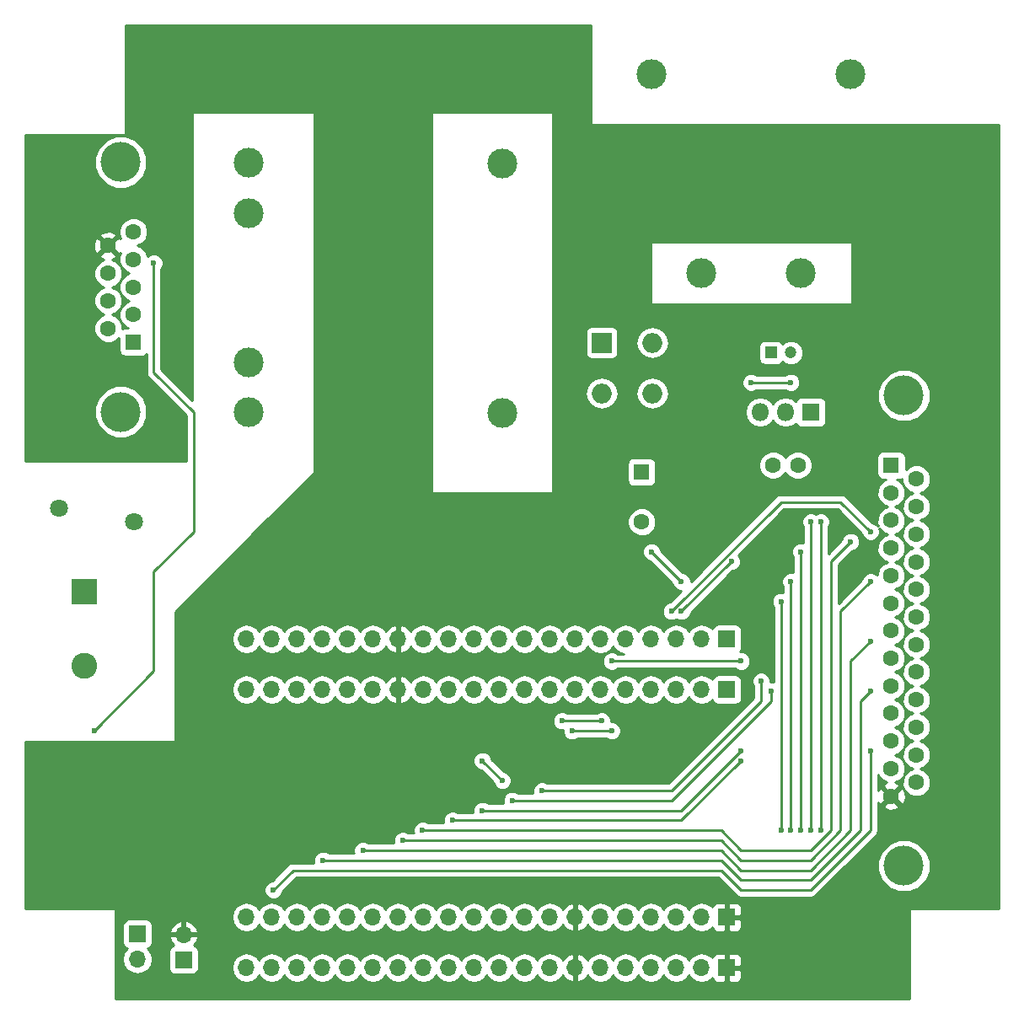
<source format=gtl>
G04 #@! TF.FileFunction,Copper,L1,Top,Signal*
%FSLAX46Y46*%
G04 Gerber Fmt 4.6, Leading zero omitted, Abs format (unit mm)*
G04 Created by KiCad (PCBNEW 4.0.7) date Thu Apr 19 20:54:26 2018*
%MOMM*%
%LPD*%
G01*
G04 APERTURE LIST*
%ADD10C,0.100000*%
%ADD11C,0.600000*%
%ADD12C,4.000000*%
%ADD13R,1.600000X1.600000*%
%ADD14C,1.600000*%
%ADD15R,1.200000X1.200000*%
%ADD16C,1.200000*%
%ADD17O,2.000000X2.000000*%
%ADD18R,2.000000X2.000000*%
%ADD19R,1.800000X1.800000*%
%ADD20O,1.800000X1.800000*%
%ADD21R,1.700000X1.700000*%
%ADD22O,1.700000X1.700000*%
%ADD23C,1.800000*%
%ADD24C,3.000000*%
%ADD25R,2.600000X2.600000*%
%ADD26C,2.600000*%
%ADD27C,0.250000*%
%ADD28C,0.254000*%
G04 APERTURE END LIST*
D10*
D11*
X106800000Y-119900000D03*
X108800000Y-119900000D03*
X110800000Y-119900000D03*
X112800000Y-119900000D03*
X114800000Y-119900000D03*
X106800000Y-121900000D03*
X108800000Y-121900000D03*
X110800000Y-121900000D03*
X112800000Y-121900000D03*
X114800000Y-121900000D03*
X106800000Y-123900000D03*
X108800000Y-123900000D03*
X110800000Y-123900000D03*
X112800000Y-123900000D03*
X114800000Y-123900000D03*
X106800000Y-125900000D03*
X108800000Y-125900000D03*
X110800000Y-125900000D03*
X112800000Y-125900000D03*
X114800000Y-125900000D03*
X106800000Y-127900000D03*
X108800000Y-127900000D03*
X110800000Y-127900000D03*
X112800000Y-127900000D03*
X114800000Y-127900000D03*
X150800000Y-99800000D03*
X148800000Y-99800000D03*
X146800000Y-99800000D03*
X144800000Y-99800000D03*
X142800000Y-99800000D03*
X140800000Y-99800000D03*
X138800000Y-99800000D03*
X136800000Y-99800000D03*
X134800000Y-99800000D03*
X132800000Y-99800000D03*
X190800000Y-69800000D03*
X188800000Y-69800000D03*
X186800000Y-69800000D03*
X184800000Y-69800000D03*
X182800000Y-69800000D03*
X190800000Y-67800000D03*
X188800000Y-67800000D03*
X186800000Y-67800000D03*
X184800000Y-67800000D03*
X182800000Y-67800000D03*
X190800000Y-65800000D03*
X188800000Y-65800000D03*
X186800000Y-65800000D03*
X184800000Y-65800000D03*
X182800000Y-65800000D03*
X190800000Y-63800000D03*
X188800000Y-63800000D03*
X186800000Y-63800000D03*
X184800000Y-63800000D03*
X182800000Y-63800000D03*
X190800000Y-61800000D03*
X188800000Y-61800000D03*
X186800000Y-61800000D03*
X184800000Y-61800000D03*
D12*
X184150000Y-126360000D03*
D13*
X182880000Y-86120000D03*
D14*
X182880000Y-88890000D03*
X182880000Y-91660000D03*
X182880000Y-94430000D03*
X182880000Y-97200000D03*
X182880000Y-99970000D03*
X182880000Y-102740000D03*
X182880000Y-105510000D03*
X182880000Y-108280000D03*
X182880000Y-111050000D03*
X182880000Y-113820000D03*
X182880000Y-116590000D03*
X182880000Y-119360000D03*
X185420000Y-87505000D03*
X185420000Y-90275000D03*
X185420000Y-93045000D03*
X185420000Y-95815000D03*
X185420000Y-98585000D03*
X185420000Y-101355000D03*
X185420000Y-104125000D03*
X185420000Y-106895000D03*
X185420000Y-109665000D03*
X185420000Y-112435000D03*
X185420000Y-115205000D03*
X185420000Y-117975000D03*
D12*
X184150000Y-79120000D03*
X105470000Y-55670000D03*
D13*
X106740000Y-73750000D03*
D14*
X106740000Y-70980000D03*
X106740000Y-68210000D03*
X106740000Y-65440000D03*
X106740000Y-62670000D03*
X104200000Y-72365000D03*
X104200000Y-69595000D03*
X104200000Y-66825000D03*
X104200000Y-64055000D03*
D12*
X105470000Y-80750000D03*
D13*
X157800000Y-86800000D03*
D14*
X157800000Y-91800000D03*
X171000000Y-86120000D03*
X173500000Y-86120000D03*
D15*
X170800000Y-74800000D03*
D16*
X172800000Y-74800000D03*
D17*
X158880000Y-73800000D03*
X153800000Y-78880000D03*
X158880000Y-78880000D03*
D18*
X153800000Y-73800000D03*
D19*
X174800000Y-80800000D03*
D20*
X172260000Y-80800000D03*
X169720000Y-80800000D03*
D21*
X166370000Y-131510000D03*
D22*
X163830000Y-131510000D03*
X161290000Y-131510000D03*
X158750000Y-131510000D03*
X156210000Y-131510000D03*
X153670000Y-131510000D03*
X151130000Y-131510000D03*
X148590000Y-131510000D03*
X146050000Y-131510000D03*
X143510000Y-131510000D03*
X140970000Y-131510000D03*
X138430000Y-131510000D03*
X135890000Y-131510000D03*
X133350000Y-131510000D03*
X130810000Y-131510000D03*
X128270000Y-131510000D03*
X125730000Y-131510000D03*
X123190000Y-131510000D03*
X120650000Y-131510000D03*
X118110000Y-131510000D03*
D21*
X166370000Y-103570000D03*
D22*
X163830000Y-103570000D03*
X161290000Y-103570000D03*
X158750000Y-103570000D03*
X156210000Y-103570000D03*
X153670000Y-103570000D03*
X151130000Y-103570000D03*
X148590000Y-103570000D03*
X146050000Y-103570000D03*
X143510000Y-103570000D03*
X140970000Y-103570000D03*
X138430000Y-103570000D03*
X135890000Y-103570000D03*
X133350000Y-103570000D03*
X130810000Y-103570000D03*
X128270000Y-103570000D03*
X125730000Y-103570000D03*
X123190000Y-103570000D03*
X120650000Y-103570000D03*
X118110000Y-103570000D03*
D21*
X166370000Y-136590000D03*
D22*
X163830000Y-136590000D03*
X161290000Y-136590000D03*
X158750000Y-136590000D03*
X156210000Y-136590000D03*
X153670000Y-136590000D03*
X151130000Y-136590000D03*
X148590000Y-136590000D03*
X146050000Y-136590000D03*
X143510000Y-136590000D03*
X140970000Y-136590000D03*
X138430000Y-136590000D03*
X135890000Y-136590000D03*
X133350000Y-136590000D03*
X130810000Y-136590000D03*
X128270000Y-136590000D03*
X125730000Y-136590000D03*
X123190000Y-136590000D03*
X120650000Y-136590000D03*
X118110000Y-136590000D03*
D21*
X166370000Y-108650000D03*
D22*
X163830000Y-108650000D03*
X161290000Y-108650000D03*
X158750000Y-108650000D03*
X156210000Y-108650000D03*
X153670000Y-108650000D03*
X151130000Y-108650000D03*
X148590000Y-108650000D03*
X146050000Y-108650000D03*
X143510000Y-108650000D03*
X140970000Y-108650000D03*
X138430000Y-108650000D03*
X135890000Y-108650000D03*
X133350000Y-108650000D03*
X130810000Y-108650000D03*
X128270000Y-108650000D03*
X125730000Y-108650000D03*
X123190000Y-108650000D03*
X120650000Y-108650000D03*
X118110000Y-108650000D03*
D21*
X111800000Y-135800000D03*
D22*
X111800000Y-133260000D03*
D21*
X107150000Y-133200000D03*
D22*
X107150000Y-135740000D03*
D23*
X106800000Y-91800000D03*
X99300000Y-90400000D03*
D24*
X143800000Y-55800000D03*
X143800000Y-80850000D03*
X118300000Y-80760000D03*
X118300000Y-55760000D03*
X118300000Y-60760000D03*
X118300000Y-75760000D03*
X158800000Y-46800000D03*
X178800000Y-46800000D03*
X173800000Y-66800000D03*
X163800000Y-66800000D03*
D25*
X101800000Y-98800000D03*
D26*
X101800000Y-106300000D03*
D11*
X182800000Y-61800000D03*
X152300000Y-129200000D03*
X152200000Y-134000000D03*
X150100000Y-134000000D03*
X175800000Y-122800000D03*
X175800000Y-91800000D03*
X168800000Y-77800000D03*
X172800000Y-77800000D03*
X174800000Y-122800000D03*
X174800000Y-91800000D03*
X166800000Y-95800000D03*
X161800000Y-100800000D03*
X160800000Y-100800000D03*
X180800000Y-92800000D03*
X167800000Y-105800000D03*
X154800000Y-105800000D03*
X149800000Y-111800000D03*
X153800000Y-111800000D03*
X150800000Y-112800000D03*
X154800000Y-112800000D03*
X173800000Y-94800000D03*
X173800000Y-122800000D03*
X172800000Y-97800000D03*
X172800000Y-122800000D03*
X171800000Y-122800000D03*
X171800000Y-99800000D03*
X143800000Y-117800000D03*
X141800000Y-115800000D03*
X169800000Y-107800000D03*
X147800000Y-118800000D03*
X170800000Y-108800000D03*
X144800000Y-119800000D03*
X167800000Y-114800000D03*
X141800000Y-120800000D03*
X138800000Y-121800000D03*
X167800000Y-115800000D03*
X178800000Y-93800000D03*
X135800000Y-122800000D03*
X180800000Y-97800000D03*
X133800000Y-123800000D03*
X180800000Y-103800000D03*
X129800000Y-124800000D03*
X180800000Y-108800000D03*
X125800000Y-125800000D03*
X180800000Y-114800000D03*
X120800000Y-128800000D03*
X158800000Y-94800000D03*
X161800000Y-97800000D03*
X102800000Y-112800000D03*
X108800000Y-65800000D03*
D27*
X175800000Y-122800000D02*
X175800000Y-91800000D01*
X172800000Y-77800000D02*
X168800000Y-77800000D01*
X174800000Y-122800000D02*
X174800000Y-91800000D01*
X161800000Y-100800000D02*
X166800000Y-95800000D01*
X171800000Y-89800000D02*
X160800000Y-100800000D01*
X177800000Y-89800000D02*
X171800000Y-89800000D01*
X180800000Y-92800000D02*
X177800000Y-89800000D01*
X167800000Y-105800000D02*
X154800000Y-105800000D01*
X153800000Y-111800000D02*
X149800000Y-111800000D01*
X154800000Y-112800000D02*
X150800000Y-112800000D01*
X173800000Y-122800000D02*
X173800000Y-94800000D01*
X172800000Y-122800000D02*
X172800000Y-97800000D01*
X171800000Y-99800000D02*
X171800000Y-122800000D01*
X143800000Y-117800000D02*
X141800000Y-115800000D01*
X148800000Y-118800000D02*
X147800000Y-118800000D01*
X160800000Y-118800000D02*
X154800000Y-118800000D01*
X169800000Y-109800000D02*
X160800000Y-118800000D01*
X169800000Y-107800000D02*
X169800000Y-109800000D01*
X148800000Y-118800000D02*
X154800000Y-118800000D01*
X154800000Y-119800000D02*
X144800000Y-119800000D01*
X154800000Y-119800000D02*
X160800000Y-119800000D01*
X170800000Y-109800000D02*
X160800000Y-119800000D01*
X170800000Y-109800000D02*
X170800000Y-108800000D01*
X161800000Y-120800000D02*
X141800000Y-120800000D01*
X161800000Y-120800000D02*
X167800000Y-114800000D01*
X147800000Y-121800000D02*
X138800000Y-121800000D01*
X161800000Y-121800000D02*
X147800000Y-121800000D01*
X147800000Y-121800000D02*
X142800000Y-121800000D01*
X167800000Y-115800000D02*
X161800000Y-121800000D01*
X167800000Y-124800000D02*
X174800000Y-124800000D01*
X174800000Y-124800000D02*
X176800000Y-122800000D01*
X167800000Y-124800000D02*
X165800000Y-122800000D01*
X178800000Y-93800000D02*
X176800000Y-95800000D01*
X176800000Y-122800000D02*
X176800000Y-95800000D01*
X165800000Y-122800000D02*
X135800000Y-122800000D01*
X167800000Y-125800000D02*
X174800000Y-125800000D01*
X174800000Y-125800000D02*
X177800000Y-122800000D01*
X167800000Y-125800000D02*
X165800000Y-123800000D01*
X177800000Y-100800000D02*
X177800000Y-122800000D01*
X180800000Y-97800000D02*
X177800000Y-100800000D01*
X165800000Y-123800000D02*
X133800000Y-123800000D01*
X167800000Y-126800000D02*
X174800000Y-126800000D01*
X174800000Y-126800000D02*
X178800000Y-122800000D01*
X167800000Y-126800000D02*
X165800000Y-124800000D01*
X178800000Y-105800000D02*
X178800000Y-122800000D01*
X180800000Y-103800000D02*
X178800000Y-105800000D01*
X165800000Y-124800000D02*
X129800000Y-124800000D01*
X167800000Y-127800000D02*
X174800000Y-127800000D01*
X174800000Y-127800000D02*
X179800000Y-122800000D01*
X166800000Y-126800000D02*
X165800000Y-125800000D01*
X179800000Y-109800000D02*
X179800000Y-122800000D01*
X180800000Y-108800000D02*
X179800000Y-109800000D01*
X167800000Y-127800000D02*
X166800000Y-126800000D01*
X165800000Y-125800000D02*
X125800000Y-125800000D01*
X167800000Y-128800000D02*
X174800000Y-128800000D01*
X174800000Y-128800000D02*
X180800000Y-122800000D01*
X165800000Y-126800000D02*
X122800000Y-126800000D01*
X180800000Y-114800000D02*
X180800000Y-122800000D01*
X167800000Y-128800000D02*
X165800000Y-126800000D01*
X122800000Y-126800000D02*
X120800000Y-128800000D01*
X108800000Y-96800000D02*
X112800000Y-92800000D01*
X112800000Y-80800000D02*
X108800000Y-76800000D01*
X112800000Y-92800000D02*
X112800000Y-80800000D01*
X161800000Y-97800000D02*
X158800000Y-94800000D01*
X102800000Y-112800000D02*
X108800000Y-106800000D01*
X108800000Y-106800000D02*
X108800000Y-96800000D01*
X108800000Y-76800000D02*
X108800000Y-65800000D01*
D28*
G36*
X152673000Y-51800000D02*
X152681685Y-51846159D01*
X152708965Y-51888553D01*
X152750590Y-51916994D01*
X152800000Y-51927000D01*
X193673000Y-51927000D01*
X193673000Y-130673000D01*
X184800000Y-130673000D01*
X184750590Y-130683006D01*
X184708965Y-130711447D01*
X184681685Y-130753841D01*
X184673000Y-130800000D01*
X184673000Y-139673000D01*
X104927000Y-139673000D01*
X104927000Y-135740000D01*
X105635907Y-135740000D01*
X105748946Y-136308285D01*
X106070853Y-136790054D01*
X106552622Y-137111961D01*
X107120907Y-137225000D01*
X107179093Y-137225000D01*
X107747378Y-137111961D01*
X108229147Y-136790054D01*
X108551054Y-136308285D01*
X108664093Y-135740000D01*
X108551054Y-135171715D01*
X108402910Y-134950000D01*
X110302560Y-134950000D01*
X110302560Y-136650000D01*
X110346838Y-136885317D01*
X110485910Y-137101441D01*
X110698110Y-137246431D01*
X110950000Y-137297440D01*
X112650000Y-137297440D01*
X112885317Y-137253162D01*
X113101441Y-137114090D01*
X113246431Y-136901890D01*
X113297440Y-136650000D01*
X113297440Y-136560907D01*
X116625000Y-136560907D01*
X116625000Y-136619093D01*
X116738039Y-137187378D01*
X117059946Y-137669147D01*
X117541715Y-137991054D01*
X118110000Y-138104093D01*
X118678285Y-137991054D01*
X119160054Y-137669147D01*
X119380000Y-137339974D01*
X119599946Y-137669147D01*
X120081715Y-137991054D01*
X120650000Y-138104093D01*
X121218285Y-137991054D01*
X121700054Y-137669147D01*
X121920000Y-137339974D01*
X122139946Y-137669147D01*
X122621715Y-137991054D01*
X123190000Y-138104093D01*
X123758285Y-137991054D01*
X124240054Y-137669147D01*
X124460000Y-137339974D01*
X124679946Y-137669147D01*
X125161715Y-137991054D01*
X125730000Y-138104093D01*
X126298285Y-137991054D01*
X126780054Y-137669147D01*
X127000000Y-137339974D01*
X127219946Y-137669147D01*
X127701715Y-137991054D01*
X128270000Y-138104093D01*
X128838285Y-137991054D01*
X129320054Y-137669147D01*
X129540000Y-137339974D01*
X129759946Y-137669147D01*
X130241715Y-137991054D01*
X130810000Y-138104093D01*
X131378285Y-137991054D01*
X131860054Y-137669147D01*
X132080000Y-137339974D01*
X132299946Y-137669147D01*
X132781715Y-137991054D01*
X133350000Y-138104093D01*
X133918285Y-137991054D01*
X134400054Y-137669147D01*
X134620000Y-137339974D01*
X134839946Y-137669147D01*
X135321715Y-137991054D01*
X135890000Y-138104093D01*
X136458285Y-137991054D01*
X136940054Y-137669147D01*
X137160000Y-137339974D01*
X137379946Y-137669147D01*
X137861715Y-137991054D01*
X138430000Y-138104093D01*
X138998285Y-137991054D01*
X139480054Y-137669147D01*
X139700000Y-137339974D01*
X139919946Y-137669147D01*
X140401715Y-137991054D01*
X140970000Y-138104093D01*
X141538285Y-137991054D01*
X142020054Y-137669147D01*
X142240000Y-137339974D01*
X142459946Y-137669147D01*
X142941715Y-137991054D01*
X143510000Y-138104093D01*
X144078285Y-137991054D01*
X144560054Y-137669147D01*
X144780000Y-137339974D01*
X144999946Y-137669147D01*
X145481715Y-137991054D01*
X146050000Y-138104093D01*
X146618285Y-137991054D01*
X147100054Y-137669147D01*
X147320000Y-137339974D01*
X147539946Y-137669147D01*
X148021715Y-137991054D01*
X148590000Y-138104093D01*
X149158285Y-137991054D01*
X149640054Y-137669147D01*
X149867702Y-137328447D01*
X149934817Y-137471358D01*
X150363076Y-137861645D01*
X150773110Y-138031476D01*
X151003000Y-137910155D01*
X151003000Y-136717000D01*
X150983000Y-136717000D01*
X150983000Y-136463000D01*
X151003000Y-136463000D01*
X151003000Y-135269845D01*
X151257000Y-135269845D01*
X151257000Y-136463000D01*
X151277000Y-136463000D01*
X151277000Y-136717000D01*
X151257000Y-136717000D01*
X151257000Y-137910155D01*
X151486890Y-138031476D01*
X151896924Y-137861645D01*
X152325183Y-137471358D01*
X152392298Y-137328447D01*
X152619946Y-137669147D01*
X153101715Y-137991054D01*
X153670000Y-138104093D01*
X154238285Y-137991054D01*
X154720054Y-137669147D01*
X154940000Y-137339974D01*
X155159946Y-137669147D01*
X155641715Y-137991054D01*
X156210000Y-138104093D01*
X156778285Y-137991054D01*
X157260054Y-137669147D01*
X157480000Y-137339974D01*
X157699946Y-137669147D01*
X158181715Y-137991054D01*
X158750000Y-138104093D01*
X159318285Y-137991054D01*
X159800054Y-137669147D01*
X160020000Y-137339974D01*
X160239946Y-137669147D01*
X160721715Y-137991054D01*
X161290000Y-138104093D01*
X161858285Y-137991054D01*
X162340054Y-137669147D01*
X162560000Y-137339974D01*
X162779946Y-137669147D01*
X163261715Y-137991054D01*
X163830000Y-138104093D01*
X164398285Y-137991054D01*
X164880054Y-137669147D01*
X164909403Y-137625223D01*
X164981673Y-137799698D01*
X165160301Y-137978327D01*
X165393690Y-138075000D01*
X166084250Y-138075000D01*
X166243000Y-137916250D01*
X166243000Y-136717000D01*
X166497000Y-136717000D01*
X166497000Y-137916250D01*
X166655750Y-138075000D01*
X167346310Y-138075000D01*
X167579699Y-137978327D01*
X167758327Y-137799698D01*
X167855000Y-137566309D01*
X167855000Y-136875750D01*
X167696250Y-136717000D01*
X166497000Y-136717000D01*
X166243000Y-136717000D01*
X166223000Y-136717000D01*
X166223000Y-136463000D01*
X166243000Y-136463000D01*
X166243000Y-135263750D01*
X166497000Y-135263750D01*
X166497000Y-136463000D01*
X167696250Y-136463000D01*
X167855000Y-136304250D01*
X167855000Y-135613691D01*
X167758327Y-135380302D01*
X167579699Y-135201673D01*
X167346310Y-135105000D01*
X166655750Y-135105000D01*
X166497000Y-135263750D01*
X166243000Y-135263750D01*
X166084250Y-135105000D01*
X165393690Y-135105000D01*
X165160301Y-135201673D01*
X164981673Y-135380302D01*
X164909403Y-135554777D01*
X164880054Y-135510853D01*
X164398285Y-135188946D01*
X163830000Y-135075907D01*
X163261715Y-135188946D01*
X162779946Y-135510853D01*
X162560000Y-135840026D01*
X162340054Y-135510853D01*
X161858285Y-135188946D01*
X161290000Y-135075907D01*
X160721715Y-135188946D01*
X160239946Y-135510853D01*
X160020000Y-135840026D01*
X159800054Y-135510853D01*
X159318285Y-135188946D01*
X158750000Y-135075907D01*
X158181715Y-135188946D01*
X157699946Y-135510853D01*
X157480000Y-135840026D01*
X157260054Y-135510853D01*
X156778285Y-135188946D01*
X156210000Y-135075907D01*
X155641715Y-135188946D01*
X155159946Y-135510853D01*
X154940000Y-135840026D01*
X154720054Y-135510853D01*
X154238285Y-135188946D01*
X153670000Y-135075907D01*
X153101715Y-135188946D01*
X152619946Y-135510853D01*
X152392298Y-135851553D01*
X152325183Y-135708642D01*
X151896924Y-135318355D01*
X151486890Y-135148524D01*
X151257000Y-135269845D01*
X151003000Y-135269845D01*
X150773110Y-135148524D01*
X150363076Y-135318355D01*
X149934817Y-135708642D01*
X149867702Y-135851553D01*
X149640054Y-135510853D01*
X149158285Y-135188946D01*
X148590000Y-135075907D01*
X148021715Y-135188946D01*
X147539946Y-135510853D01*
X147320000Y-135840026D01*
X147100054Y-135510853D01*
X146618285Y-135188946D01*
X146050000Y-135075907D01*
X145481715Y-135188946D01*
X144999946Y-135510853D01*
X144780000Y-135840026D01*
X144560054Y-135510853D01*
X144078285Y-135188946D01*
X143510000Y-135075907D01*
X142941715Y-135188946D01*
X142459946Y-135510853D01*
X142240000Y-135840026D01*
X142020054Y-135510853D01*
X141538285Y-135188946D01*
X140970000Y-135075907D01*
X140401715Y-135188946D01*
X139919946Y-135510853D01*
X139700000Y-135840026D01*
X139480054Y-135510853D01*
X138998285Y-135188946D01*
X138430000Y-135075907D01*
X137861715Y-135188946D01*
X137379946Y-135510853D01*
X137160000Y-135840026D01*
X136940054Y-135510853D01*
X136458285Y-135188946D01*
X135890000Y-135075907D01*
X135321715Y-135188946D01*
X134839946Y-135510853D01*
X134620000Y-135840026D01*
X134400054Y-135510853D01*
X133918285Y-135188946D01*
X133350000Y-135075907D01*
X132781715Y-135188946D01*
X132299946Y-135510853D01*
X132080000Y-135840026D01*
X131860054Y-135510853D01*
X131378285Y-135188946D01*
X130810000Y-135075907D01*
X130241715Y-135188946D01*
X129759946Y-135510853D01*
X129540000Y-135840026D01*
X129320054Y-135510853D01*
X128838285Y-135188946D01*
X128270000Y-135075907D01*
X127701715Y-135188946D01*
X127219946Y-135510853D01*
X127000000Y-135840026D01*
X126780054Y-135510853D01*
X126298285Y-135188946D01*
X125730000Y-135075907D01*
X125161715Y-135188946D01*
X124679946Y-135510853D01*
X124460000Y-135840026D01*
X124240054Y-135510853D01*
X123758285Y-135188946D01*
X123190000Y-135075907D01*
X122621715Y-135188946D01*
X122139946Y-135510853D01*
X121920000Y-135840026D01*
X121700054Y-135510853D01*
X121218285Y-135188946D01*
X120650000Y-135075907D01*
X120081715Y-135188946D01*
X119599946Y-135510853D01*
X119380000Y-135840026D01*
X119160054Y-135510853D01*
X118678285Y-135188946D01*
X118110000Y-135075907D01*
X117541715Y-135188946D01*
X117059946Y-135510853D01*
X116738039Y-135992622D01*
X116625000Y-136560907D01*
X113297440Y-136560907D01*
X113297440Y-134950000D01*
X113253162Y-134714683D01*
X113114090Y-134498559D01*
X112901890Y-134353569D01*
X112793893Y-134331699D01*
X113071645Y-134026924D01*
X113241476Y-133616890D01*
X113120155Y-133387000D01*
X111927000Y-133387000D01*
X111927000Y-133407000D01*
X111673000Y-133407000D01*
X111673000Y-133387000D01*
X110479845Y-133387000D01*
X110358524Y-133616890D01*
X110528355Y-134026924D01*
X110804501Y-134329937D01*
X110714683Y-134346838D01*
X110498559Y-134485910D01*
X110353569Y-134698110D01*
X110302560Y-134950000D01*
X108402910Y-134950000D01*
X108229147Y-134689946D01*
X108187548Y-134662150D01*
X108235317Y-134653162D01*
X108451441Y-134514090D01*
X108596431Y-134301890D01*
X108647440Y-134050000D01*
X108647440Y-132903110D01*
X110358524Y-132903110D01*
X110479845Y-133133000D01*
X111673000Y-133133000D01*
X111673000Y-131939181D01*
X111927000Y-131939181D01*
X111927000Y-133133000D01*
X113120155Y-133133000D01*
X113241476Y-132903110D01*
X113071645Y-132493076D01*
X112681358Y-132064817D01*
X112156892Y-131818514D01*
X111927000Y-131939181D01*
X111673000Y-131939181D01*
X111443108Y-131818514D01*
X110918642Y-132064817D01*
X110528355Y-132493076D01*
X110358524Y-132903110D01*
X108647440Y-132903110D01*
X108647440Y-132350000D01*
X108603162Y-132114683D01*
X108464090Y-131898559D01*
X108251890Y-131753569D01*
X108000000Y-131702560D01*
X106300000Y-131702560D01*
X106064683Y-131746838D01*
X105848559Y-131885910D01*
X105703569Y-132098110D01*
X105652560Y-132350000D01*
X105652560Y-134050000D01*
X105696838Y-134285317D01*
X105835910Y-134501441D01*
X106048110Y-134646431D01*
X106115541Y-134660086D01*
X106070853Y-134689946D01*
X105748946Y-135171715D01*
X105635907Y-135740000D01*
X104927000Y-135740000D01*
X104927000Y-131480907D01*
X116625000Y-131480907D01*
X116625000Y-131539093D01*
X116738039Y-132107378D01*
X117059946Y-132589147D01*
X117541715Y-132911054D01*
X118110000Y-133024093D01*
X118678285Y-132911054D01*
X119160054Y-132589147D01*
X119380000Y-132259974D01*
X119599946Y-132589147D01*
X120081715Y-132911054D01*
X120650000Y-133024093D01*
X121218285Y-132911054D01*
X121700054Y-132589147D01*
X121920000Y-132259974D01*
X122139946Y-132589147D01*
X122621715Y-132911054D01*
X123190000Y-133024093D01*
X123758285Y-132911054D01*
X124240054Y-132589147D01*
X124460000Y-132259974D01*
X124679946Y-132589147D01*
X125161715Y-132911054D01*
X125730000Y-133024093D01*
X126298285Y-132911054D01*
X126780054Y-132589147D01*
X127000000Y-132259974D01*
X127219946Y-132589147D01*
X127701715Y-132911054D01*
X128270000Y-133024093D01*
X128838285Y-132911054D01*
X129320054Y-132589147D01*
X129540000Y-132259974D01*
X129759946Y-132589147D01*
X130241715Y-132911054D01*
X130810000Y-133024093D01*
X131378285Y-132911054D01*
X131860054Y-132589147D01*
X132080000Y-132259974D01*
X132299946Y-132589147D01*
X132781715Y-132911054D01*
X133350000Y-133024093D01*
X133918285Y-132911054D01*
X134400054Y-132589147D01*
X134620000Y-132259974D01*
X134839946Y-132589147D01*
X135321715Y-132911054D01*
X135890000Y-133024093D01*
X136458285Y-132911054D01*
X136940054Y-132589147D01*
X137160000Y-132259974D01*
X137379946Y-132589147D01*
X137861715Y-132911054D01*
X138430000Y-133024093D01*
X138998285Y-132911054D01*
X139480054Y-132589147D01*
X139700000Y-132259974D01*
X139919946Y-132589147D01*
X140401715Y-132911054D01*
X140970000Y-133024093D01*
X141538285Y-132911054D01*
X142020054Y-132589147D01*
X142240000Y-132259974D01*
X142459946Y-132589147D01*
X142941715Y-132911054D01*
X143510000Y-133024093D01*
X144078285Y-132911054D01*
X144560054Y-132589147D01*
X144780000Y-132259974D01*
X144999946Y-132589147D01*
X145481715Y-132911054D01*
X146050000Y-133024093D01*
X146618285Y-132911054D01*
X147100054Y-132589147D01*
X147320000Y-132259974D01*
X147539946Y-132589147D01*
X148021715Y-132911054D01*
X148590000Y-133024093D01*
X149158285Y-132911054D01*
X149640054Y-132589147D01*
X149867702Y-132248447D01*
X149934817Y-132391358D01*
X150363076Y-132781645D01*
X150773110Y-132951476D01*
X151003000Y-132830155D01*
X151003000Y-131637000D01*
X150983000Y-131637000D01*
X150983000Y-131383000D01*
X151003000Y-131383000D01*
X151003000Y-130189845D01*
X151257000Y-130189845D01*
X151257000Y-131383000D01*
X151277000Y-131383000D01*
X151277000Y-131637000D01*
X151257000Y-131637000D01*
X151257000Y-132830155D01*
X151486890Y-132951476D01*
X151896924Y-132781645D01*
X152325183Y-132391358D01*
X152392298Y-132248447D01*
X152619946Y-132589147D01*
X153101715Y-132911054D01*
X153670000Y-133024093D01*
X154238285Y-132911054D01*
X154720054Y-132589147D01*
X154940000Y-132259974D01*
X155159946Y-132589147D01*
X155641715Y-132911054D01*
X156210000Y-133024093D01*
X156778285Y-132911054D01*
X157260054Y-132589147D01*
X157480000Y-132259974D01*
X157699946Y-132589147D01*
X158181715Y-132911054D01*
X158750000Y-133024093D01*
X159318285Y-132911054D01*
X159800054Y-132589147D01*
X160020000Y-132259974D01*
X160239946Y-132589147D01*
X160721715Y-132911054D01*
X161290000Y-133024093D01*
X161858285Y-132911054D01*
X162340054Y-132589147D01*
X162560000Y-132259974D01*
X162779946Y-132589147D01*
X163261715Y-132911054D01*
X163830000Y-133024093D01*
X164398285Y-132911054D01*
X164880054Y-132589147D01*
X164909403Y-132545223D01*
X164981673Y-132719698D01*
X165160301Y-132898327D01*
X165393690Y-132995000D01*
X166084250Y-132995000D01*
X166243000Y-132836250D01*
X166243000Y-131637000D01*
X166497000Y-131637000D01*
X166497000Y-132836250D01*
X166655750Y-132995000D01*
X167346310Y-132995000D01*
X167579699Y-132898327D01*
X167758327Y-132719698D01*
X167855000Y-132486309D01*
X167855000Y-131795750D01*
X167696250Y-131637000D01*
X166497000Y-131637000D01*
X166243000Y-131637000D01*
X166223000Y-131637000D01*
X166223000Y-131383000D01*
X166243000Y-131383000D01*
X166243000Y-130183750D01*
X166497000Y-130183750D01*
X166497000Y-131383000D01*
X167696250Y-131383000D01*
X167855000Y-131224250D01*
X167855000Y-130533691D01*
X167758327Y-130300302D01*
X167579699Y-130121673D01*
X167346310Y-130025000D01*
X166655750Y-130025000D01*
X166497000Y-130183750D01*
X166243000Y-130183750D01*
X166084250Y-130025000D01*
X165393690Y-130025000D01*
X165160301Y-130121673D01*
X164981673Y-130300302D01*
X164909403Y-130474777D01*
X164880054Y-130430853D01*
X164398285Y-130108946D01*
X163830000Y-129995907D01*
X163261715Y-130108946D01*
X162779946Y-130430853D01*
X162560000Y-130760026D01*
X162340054Y-130430853D01*
X161858285Y-130108946D01*
X161290000Y-129995907D01*
X160721715Y-130108946D01*
X160239946Y-130430853D01*
X160020000Y-130760026D01*
X159800054Y-130430853D01*
X159318285Y-130108946D01*
X158750000Y-129995907D01*
X158181715Y-130108946D01*
X157699946Y-130430853D01*
X157480000Y-130760026D01*
X157260054Y-130430853D01*
X156778285Y-130108946D01*
X156210000Y-129995907D01*
X155641715Y-130108946D01*
X155159946Y-130430853D01*
X154940000Y-130760026D01*
X154720054Y-130430853D01*
X154238285Y-130108946D01*
X153670000Y-129995907D01*
X153101715Y-130108946D01*
X152619946Y-130430853D01*
X152392298Y-130771553D01*
X152325183Y-130628642D01*
X151896924Y-130238355D01*
X151486890Y-130068524D01*
X151257000Y-130189845D01*
X151003000Y-130189845D01*
X150773110Y-130068524D01*
X150363076Y-130238355D01*
X149934817Y-130628642D01*
X149867702Y-130771553D01*
X149640054Y-130430853D01*
X149158285Y-130108946D01*
X148590000Y-129995907D01*
X148021715Y-130108946D01*
X147539946Y-130430853D01*
X147320000Y-130760026D01*
X147100054Y-130430853D01*
X146618285Y-130108946D01*
X146050000Y-129995907D01*
X145481715Y-130108946D01*
X144999946Y-130430853D01*
X144780000Y-130760026D01*
X144560054Y-130430853D01*
X144078285Y-130108946D01*
X143510000Y-129995907D01*
X142941715Y-130108946D01*
X142459946Y-130430853D01*
X142240000Y-130760026D01*
X142020054Y-130430853D01*
X141538285Y-130108946D01*
X140970000Y-129995907D01*
X140401715Y-130108946D01*
X139919946Y-130430853D01*
X139700000Y-130760026D01*
X139480054Y-130430853D01*
X138998285Y-130108946D01*
X138430000Y-129995907D01*
X137861715Y-130108946D01*
X137379946Y-130430853D01*
X137160000Y-130760026D01*
X136940054Y-130430853D01*
X136458285Y-130108946D01*
X135890000Y-129995907D01*
X135321715Y-130108946D01*
X134839946Y-130430853D01*
X134620000Y-130760026D01*
X134400054Y-130430853D01*
X133918285Y-130108946D01*
X133350000Y-129995907D01*
X132781715Y-130108946D01*
X132299946Y-130430853D01*
X132080000Y-130760026D01*
X131860054Y-130430853D01*
X131378285Y-130108946D01*
X130810000Y-129995907D01*
X130241715Y-130108946D01*
X129759946Y-130430853D01*
X129540000Y-130760026D01*
X129320054Y-130430853D01*
X128838285Y-130108946D01*
X128270000Y-129995907D01*
X127701715Y-130108946D01*
X127219946Y-130430853D01*
X127000000Y-130760026D01*
X126780054Y-130430853D01*
X126298285Y-130108946D01*
X125730000Y-129995907D01*
X125161715Y-130108946D01*
X124679946Y-130430853D01*
X124460000Y-130760026D01*
X124240054Y-130430853D01*
X123758285Y-130108946D01*
X123190000Y-129995907D01*
X122621715Y-130108946D01*
X122139946Y-130430853D01*
X121920000Y-130760026D01*
X121700054Y-130430853D01*
X121218285Y-130108946D01*
X120650000Y-129995907D01*
X120081715Y-130108946D01*
X119599946Y-130430853D01*
X119380000Y-130760026D01*
X119160054Y-130430853D01*
X118678285Y-130108946D01*
X118110000Y-129995907D01*
X117541715Y-130108946D01*
X117059946Y-130430853D01*
X116738039Y-130912622D01*
X116625000Y-131480907D01*
X104927000Y-131480907D01*
X104927000Y-130800000D01*
X104916994Y-130750590D01*
X104888553Y-130708965D01*
X104846159Y-130681685D01*
X104800000Y-130673000D01*
X95927000Y-130673000D01*
X95927000Y-128985167D01*
X119864838Y-128985167D01*
X120006883Y-129328943D01*
X120269673Y-129592192D01*
X120613201Y-129734838D01*
X120985167Y-129735162D01*
X121328943Y-129593117D01*
X121592192Y-129330327D01*
X121734838Y-128986799D01*
X121734879Y-128939923D01*
X123114802Y-127560000D01*
X165485198Y-127560000D01*
X167262599Y-129337401D01*
X167509161Y-129502148D01*
X167800000Y-129560000D01*
X174800000Y-129560000D01*
X175090839Y-129502148D01*
X175337401Y-129337401D01*
X177792968Y-126881834D01*
X181514543Y-126881834D01*
X181914853Y-127850658D01*
X182655443Y-128592542D01*
X183623567Y-128994542D01*
X184671834Y-128995457D01*
X185640658Y-128595147D01*
X186382542Y-127854557D01*
X186784542Y-126886433D01*
X186785457Y-125838166D01*
X186385147Y-124869342D01*
X185644557Y-124127458D01*
X184676433Y-123725458D01*
X183628166Y-123724543D01*
X182659342Y-124124853D01*
X181917458Y-124865443D01*
X181515458Y-125833567D01*
X181514543Y-126881834D01*
X177792968Y-126881834D01*
X181337401Y-123337401D01*
X181502148Y-123090840D01*
X181560000Y-122800000D01*
X181560000Y-120367745D01*
X182051861Y-120367745D01*
X182125995Y-120613864D01*
X182663223Y-120806965D01*
X183233454Y-120779778D01*
X183634005Y-120613864D01*
X183708139Y-120367745D01*
X182880000Y-119539605D01*
X182051861Y-120367745D01*
X181560000Y-120367745D01*
X181560000Y-119954339D01*
X181626136Y-120114005D01*
X181872255Y-120188139D01*
X182700395Y-119360000D01*
X181872255Y-118531861D01*
X181626136Y-118605995D01*
X181560000Y-118789993D01*
X181560000Y-117153109D01*
X181662757Y-117401800D01*
X182066077Y-117805824D01*
X182458060Y-117968590D01*
X182125995Y-118106136D01*
X182051861Y-118352255D01*
X182880000Y-119180395D01*
X183708139Y-118352255D01*
X183634005Y-118106136D01*
X183278062Y-117978196D01*
X183691800Y-117807243D01*
X184095824Y-117403923D01*
X184314750Y-116876691D01*
X184315248Y-116305813D01*
X184097243Y-115778200D01*
X183693923Y-115374176D01*
X183286150Y-115204854D01*
X183691800Y-115037243D01*
X184095824Y-114633923D01*
X184314750Y-114106691D01*
X184315248Y-113535813D01*
X184097243Y-113008200D01*
X183693923Y-112604176D01*
X183286150Y-112434854D01*
X183691800Y-112267243D01*
X184095824Y-111863923D01*
X184314750Y-111336691D01*
X184315248Y-110765813D01*
X184097243Y-110238200D01*
X183693923Y-109834176D01*
X183286150Y-109664854D01*
X183691800Y-109497243D01*
X184095824Y-109093923D01*
X184314750Y-108566691D01*
X184315248Y-107995813D01*
X184097243Y-107468200D01*
X183693923Y-107064176D01*
X183286150Y-106894854D01*
X183691800Y-106727243D01*
X184095824Y-106323923D01*
X184314750Y-105796691D01*
X184315248Y-105225813D01*
X184097243Y-104698200D01*
X183693923Y-104294176D01*
X183286150Y-104124854D01*
X183691800Y-103957243D01*
X184095824Y-103553923D01*
X184314750Y-103026691D01*
X184315248Y-102455813D01*
X184097243Y-101928200D01*
X183693923Y-101524176D01*
X183286150Y-101354854D01*
X183691800Y-101187243D01*
X184095824Y-100783923D01*
X184314750Y-100256691D01*
X184315248Y-99685813D01*
X184097243Y-99158200D01*
X183693923Y-98754176D01*
X183286150Y-98584854D01*
X183691800Y-98417243D01*
X184095824Y-98013923D01*
X184314750Y-97486691D01*
X184315248Y-96915813D01*
X184097243Y-96388200D01*
X183693923Y-95984176D01*
X183286150Y-95814854D01*
X183691800Y-95647243D01*
X184095824Y-95243923D01*
X184314750Y-94716691D01*
X184315248Y-94145813D01*
X184097243Y-93618200D01*
X183693923Y-93214176D01*
X183286150Y-93044854D01*
X183691800Y-92877243D01*
X184095824Y-92473923D01*
X184314750Y-91946691D01*
X184315248Y-91375813D01*
X184097243Y-90848200D01*
X183693923Y-90444176D01*
X183286150Y-90274854D01*
X183691800Y-90107243D01*
X184095824Y-89703923D01*
X184314750Y-89176691D01*
X184315248Y-88605813D01*
X184097243Y-88078200D01*
X183693923Y-87674176D01*
X183436874Y-87567440D01*
X183680000Y-87567440D01*
X183915317Y-87523162D01*
X183985023Y-87478307D01*
X183984752Y-87789187D01*
X184202757Y-88316800D01*
X184606077Y-88720824D01*
X185013850Y-88890146D01*
X184608200Y-89057757D01*
X184204176Y-89461077D01*
X183985250Y-89988309D01*
X183984752Y-90559187D01*
X184202757Y-91086800D01*
X184606077Y-91490824D01*
X185013850Y-91660146D01*
X184608200Y-91827757D01*
X184204176Y-92231077D01*
X183985250Y-92758309D01*
X183984752Y-93329187D01*
X184202757Y-93856800D01*
X184606077Y-94260824D01*
X185013850Y-94430146D01*
X184608200Y-94597757D01*
X184204176Y-95001077D01*
X183985250Y-95528309D01*
X183984752Y-96099187D01*
X184202757Y-96626800D01*
X184606077Y-97030824D01*
X185013850Y-97200146D01*
X184608200Y-97367757D01*
X184204176Y-97771077D01*
X183985250Y-98298309D01*
X183984752Y-98869187D01*
X184202757Y-99396800D01*
X184606077Y-99800824D01*
X185013850Y-99970146D01*
X184608200Y-100137757D01*
X184204176Y-100541077D01*
X183985250Y-101068309D01*
X183984752Y-101639187D01*
X184202757Y-102166800D01*
X184606077Y-102570824D01*
X185013850Y-102740146D01*
X184608200Y-102907757D01*
X184204176Y-103311077D01*
X183985250Y-103838309D01*
X183984752Y-104409187D01*
X184202757Y-104936800D01*
X184606077Y-105340824D01*
X185013850Y-105510146D01*
X184608200Y-105677757D01*
X184204176Y-106081077D01*
X183985250Y-106608309D01*
X183984752Y-107179187D01*
X184202757Y-107706800D01*
X184606077Y-108110824D01*
X185013850Y-108280146D01*
X184608200Y-108447757D01*
X184204176Y-108851077D01*
X183985250Y-109378309D01*
X183984752Y-109949187D01*
X184202757Y-110476800D01*
X184606077Y-110880824D01*
X185013850Y-111050146D01*
X184608200Y-111217757D01*
X184204176Y-111621077D01*
X183985250Y-112148309D01*
X183984752Y-112719187D01*
X184202757Y-113246800D01*
X184606077Y-113650824D01*
X185013850Y-113820146D01*
X184608200Y-113987757D01*
X184204176Y-114391077D01*
X183985250Y-114918309D01*
X183984752Y-115489187D01*
X184202757Y-116016800D01*
X184606077Y-116420824D01*
X185013850Y-116590146D01*
X184608200Y-116757757D01*
X184204176Y-117161077D01*
X183985250Y-117688309D01*
X183984752Y-118259187D01*
X184127224Y-118603995D01*
X183887745Y-118531861D01*
X183059605Y-119360000D01*
X183887745Y-120188139D01*
X184133864Y-120114005D01*
X184326965Y-119576777D01*
X184299778Y-119006546D01*
X184213011Y-118797072D01*
X184606077Y-119190824D01*
X185133309Y-119409750D01*
X185704187Y-119410248D01*
X186231800Y-119192243D01*
X186635824Y-118788923D01*
X186854750Y-118261691D01*
X186855248Y-117690813D01*
X186637243Y-117163200D01*
X186233923Y-116759176D01*
X185826150Y-116589854D01*
X186231800Y-116422243D01*
X186635824Y-116018923D01*
X186854750Y-115491691D01*
X186855248Y-114920813D01*
X186637243Y-114393200D01*
X186233923Y-113989176D01*
X185826150Y-113819854D01*
X186231800Y-113652243D01*
X186635824Y-113248923D01*
X186854750Y-112721691D01*
X186855248Y-112150813D01*
X186637243Y-111623200D01*
X186233923Y-111219176D01*
X185826150Y-111049854D01*
X186231800Y-110882243D01*
X186635824Y-110478923D01*
X186854750Y-109951691D01*
X186855248Y-109380813D01*
X186637243Y-108853200D01*
X186233923Y-108449176D01*
X185826150Y-108279854D01*
X186231800Y-108112243D01*
X186635824Y-107708923D01*
X186854750Y-107181691D01*
X186855248Y-106610813D01*
X186637243Y-106083200D01*
X186233923Y-105679176D01*
X185826150Y-105509854D01*
X186231800Y-105342243D01*
X186635824Y-104938923D01*
X186854750Y-104411691D01*
X186855248Y-103840813D01*
X186637243Y-103313200D01*
X186233923Y-102909176D01*
X185826150Y-102739854D01*
X186231800Y-102572243D01*
X186635824Y-102168923D01*
X186854750Y-101641691D01*
X186855248Y-101070813D01*
X186637243Y-100543200D01*
X186233923Y-100139176D01*
X185826150Y-99969854D01*
X186231800Y-99802243D01*
X186635824Y-99398923D01*
X186854750Y-98871691D01*
X186855248Y-98300813D01*
X186637243Y-97773200D01*
X186233923Y-97369176D01*
X185826150Y-97199854D01*
X186231800Y-97032243D01*
X186635824Y-96628923D01*
X186854750Y-96101691D01*
X186855248Y-95530813D01*
X186637243Y-95003200D01*
X186233923Y-94599176D01*
X185826150Y-94429854D01*
X186231800Y-94262243D01*
X186635824Y-93858923D01*
X186854750Y-93331691D01*
X186855248Y-92760813D01*
X186637243Y-92233200D01*
X186233923Y-91829176D01*
X185826150Y-91659854D01*
X186231800Y-91492243D01*
X186635824Y-91088923D01*
X186854750Y-90561691D01*
X186855248Y-89990813D01*
X186637243Y-89463200D01*
X186233923Y-89059176D01*
X185826150Y-88889854D01*
X186231800Y-88722243D01*
X186635824Y-88318923D01*
X186854750Y-87791691D01*
X186855248Y-87220813D01*
X186637243Y-86693200D01*
X186233923Y-86289176D01*
X185706691Y-86070250D01*
X185135813Y-86069752D01*
X184608200Y-86287757D01*
X184327440Y-86568028D01*
X184327440Y-85320000D01*
X184283162Y-85084683D01*
X184144090Y-84868559D01*
X183931890Y-84723569D01*
X183680000Y-84672560D01*
X182080000Y-84672560D01*
X181844683Y-84716838D01*
X181628559Y-84855910D01*
X181483569Y-85068110D01*
X181432560Y-85320000D01*
X181432560Y-86920000D01*
X181476838Y-87155317D01*
X181615910Y-87371441D01*
X181828110Y-87516431D01*
X182080000Y-87567440D01*
X182323087Y-87567440D01*
X182068200Y-87672757D01*
X181664176Y-88076077D01*
X181445250Y-88603309D01*
X181444752Y-89174187D01*
X181662757Y-89701800D01*
X182066077Y-90105824D01*
X182473850Y-90275146D01*
X182068200Y-90442757D01*
X181664176Y-90846077D01*
X181445250Y-91373309D01*
X181444752Y-91944187D01*
X181570415Y-92248316D01*
X181330327Y-92007808D01*
X180986799Y-91865162D01*
X180939923Y-91865121D01*
X178337401Y-89262599D01*
X178090839Y-89097852D01*
X177800000Y-89040000D01*
X171800000Y-89040000D01*
X171509160Y-89097852D01*
X171262599Y-89262599D01*
X162735009Y-97790189D01*
X162735162Y-97614833D01*
X162593117Y-97271057D01*
X162330327Y-97007808D01*
X161986799Y-96865162D01*
X161939923Y-96865121D01*
X159735122Y-94660320D01*
X159735162Y-94614833D01*
X159593117Y-94271057D01*
X159330327Y-94007808D01*
X158986799Y-93865162D01*
X158614833Y-93864838D01*
X158271057Y-94006883D01*
X158007808Y-94269673D01*
X157865162Y-94613201D01*
X157864838Y-94985167D01*
X158006883Y-95328943D01*
X158269673Y-95592192D01*
X158613201Y-95734838D01*
X158660077Y-95734879D01*
X160864878Y-97939680D01*
X160864838Y-97985167D01*
X161006883Y-98328943D01*
X161269673Y-98592192D01*
X161613201Y-98734838D01*
X161790206Y-98734992D01*
X160660320Y-99864878D01*
X160614833Y-99864838D01*
X160271057Y-100006883D01*
X160007808Y-100269673D01*
X159865162Y-100613201D01*
X159864838Y-100985167D01*
X160006883Y-101328943D01*
X160269673Y-101592192D01*
X160613201Y-101734838D01*
X160985167Y-101735162D01*
X161300351Y-101604931D01*
X161613201Y-101734838D01*
X161985167Y-101735162D01*
X162328943Y-101593117D01*
X162592192Y-101330327D01*
X162734838Y-100986799D01*
X162734879Y-100939923D01*
X166939680Y-96735122D01*
X166985167Y-96735162D01*
X167328943Y-96593117D01*
X167592192Y-96330327D01*
X167734838Y-95986799D01*
X167735162Y-95614833D01*
X167593117Y-95271057D01*
X167498514Y-95176288D01*
X172114802Y-90560000D01*
X177485198Y-90560000D01*
X179864878Y-92939680D01*
X179864838Y-92985167D01*
X180006883Y-93328943D01*
X180269673Y-93592192D01*
X180613201Y-93734838D01*
X180985167Y-93735162D01*
X181328943Y-93593117D01*
X181592192Y-93330327D01*
X181734838Y-92986799D01*
X181735162Y-92614833D01*
X181685459Y-92494541D01*
X182066077Y-92875824D01*
X182473850Y-93045146D01*
X182068200Y-93212757D01*
X181664176Y-93616077D01*
X181445250Y-94143309D01*
X181444752Y-94714187D01*
X181662757Y-95241800D01*
X182066077Y-95645824D01*
X182473850Y-95815146D01*
X182068200Y-95982757D01*
X181664176Y-96386077D01*
X181445250Y-96913309D01*
X181445067Y-97122749D01*
X181330327Y-97007808D01*
X180986799Y-96865162D01*
X180614833Y-96864838D01*
X180271057Y-97006883D01*
X180007808Y-97269673D01*
X179865162Y-97613201D01*
X179865121Y-97660077D01*
X177560000Y-99965198D01*
X177560000Y-96114802D01*
X178939680Y-94735122D01*
X178985167Y-94735162D01*
X179328943Y-94593117D01*
X179592192Y-94330327D01*
X179734838Y-93986799D01*
X179735162Y-93614833D01*
X179593117Y-93271057D01*
X179330327Y-93007808D01*
X178986799Y-92865162D01*
X178614833Y-92864838D01*
X178271057Y-93006883D01*
X178007808Y-93269673D01*
X177865162Y-93613201D01*
X177865121Y-93660077D01*
X176560000Y-94965198D01*
X176560000Y-92362463D01*
X176592192Y-92330327D01*
X176734838Y-91986799D01*
X176735162Y-91614833D01*
X176593117Y-91271057D01*
X176330327Y-91007808D01*
X175986799Y-90865162D01*
X175614833Y-90864838D01*
X175299649Y-90995069D01*
X174986799Y-90865162D01*
X174614833Y-90864838D01*
X174271057Y-91006883D01*
X174007808Y-91269673D01*
X173865162Y-91613201D01*
X173864838Y-91985167D01*
X174006883Y-92328943D01*
X174040000Y-92362118D01*
X174040000Y-93887253D01*
X173986799Y-93865162D01*
X173614833Y-93864838D01*
X173271057Y-94006883D01*
X173007808Y-94269673D01*
X172865162Y-94613201D01*
X172864838Y-94985167D01*
X173006883Y-95328943D01*
X173040000Y-95362118D01*
X173040000Y-96887253D01*
X172986799Y-96865162D01*
X172614833Y-96864838D01*
X172271057Y-97006883D01*
X172007808Y-97269673D01*
X171865162Y-97613201D01*
X171864838Y-97985167D01*
X172006883Y-98328943D01*
X172040000Y-98362118D01*
X172040000Y-98887253D01*
X171986799Y-98865162D01*
X171614833Y-98864838D01*
X171271057Y-99006883D01*
X171007808Y-99269673D01*
X170865162Y-99613201D01*
X170864838Y-99985167D01*
X171006883Y-100328943D01*
X171040000Y-100362118D01*
X171040000Y-107887253D01*
X170986799Y-107865162D01*
X170734944Y-107864943D01*
X170735162Y-107614833D01*
X170593117Y-107271057D01*
X170330327Y-107007808D01*
X169986799Y-106865162D01*
X169614833Y-106864838D01*
X169271057Y-107006883D01*
X169007808Y-107269673D01*
X168865162Y-107613201D01*
X168864838Y-107985167D01*
X169006883Y-108328943D01*
X169040000Y-108362118D01*
X169040000Y-109485198D01*
X160485198Y-118040000D01*
X148362463Y-118040000D01*
X148330327Y-118007808D01*
X147986799Y-117865162D01*
X147614833Y-117864838D01*
X147271057Y-118006883D01*
X147007808Y-118269673D01*
X146865162Y-118613201D01*
X146864838Y-118985167D01*
X146887494Y-119040000D01*
X145362463Y-119040000D01*
X145330327Y-119007808D01*
X144986799Y-118865162D01*
X144614833Y-118864838D01*
X144271057Y-119006883D01*
X144007808Y-119269673D01*
X143865162Y-119613201D01*
X143864838Y-119985167D01*
X143887494Y-120040000D01*
X142362463Y-120040000D01*
X142330327Y-120007808D01*
X141986799Y-119865162D01*
X141614833Y-119864838D01*
X141271057Y-120006883D01*
X141007808Y-120269673D01*
X140865162Y-120613201D01*
X140864838Y-120985167D01*
X140887494Y-121040000D01*
X139362463Y-121040000D01*
X139330327Y-121007808D01*
X138986799Y-120865162D01*
X138614833Y-120864838D01*
X138271057Y-121006883D01*
X138007808Y-121269673D01*
X137865162Y-121613201D01*
X137864838Y-121985167D01*
X137887494Y-122040000D01*
X136362463Y-122040000D01*
X136330327Y-122007808D01*
X135986799Y-121865162D01*
X135614833Y-121864838D01*
X135271057Y-122006883D01*
X135007808Y-122269673D01*
X134865162Y-122613201D01*
X134864838Y-122985167D01*
X134887494Y-123040000D01*
X134362463Y-123040000D01*
X134330327Y-123007808D01*
X133986799Y-122865162D01*
X133614833Y-122864838D01*
X133271057Y-123006883D01*
X133007808Y-123269673D01*
X132865162Y-123613201D01*
X132864838Y-123985167D01*
X132887494Y-124040000D01*
X130362463Y-124040000D01*
X130330327Y-124007808D01*
X129986799Y-123865162D01*
X129614833Y-123864838D01*
X129271057Y-124006883D01*
X129007808Y-124269673D01*
X128865162Y-124613201D01*
X128864838Y-124985167D01*
X128887494Y-125040000D01*
X126362463Y-125040000D01*
X126330327Y-125007808D01*
X125986799Y-124865162D01*
X125614833Y-124864838D01*
X125271057Y-125006883D01*
X125007808Y-125269673D01*
X124865162Y-125613201D01*
X124864838Y-125985167D01*
X124887494Y-126040000D01*
X122800000Y-126040000D01*
X122509161Y-126097852D01*
X122262599Y-126262599D01*
X120660320Y-127864878D01*
X120614833Y-127864838D01*
X120271057Y-128006883D01*
X120007808Y-128269673D01*
X119865162Y-128613201D01*
X119864838Y-128985167D01*
X95927000Y-128985167D01*
X95927000Y-115985167D01*
X140864838Y-115985167D01*
X141006883Y-116328943D01*
X141269673Y-116592192D01*
X141613201Y-116734838D01*
X141660077Y-116734879D01*
X142864878Y-117939680D01*
X142864838Y-117985167D01*
X143006883Y-118328943D01*
X143269673Y-118592192D01*
X143613201Y-118734838D01*
X143985167Y-118735162D01*
X144328943Y-118593117D01*
X144592192Y-118330327D01*
X144734838Y-117986799D01*
X144735162Y-117614833D01*
X144593117Y-117271057D01*
X144330327Y-117007808D01*
X143986799Y-116865162D01*
X143939923Y-116865121D01*
X142735122Y-115660320D01*
X142735162Y-115614833D01*
X142593117Y-115271057D01*
X142330327Y-115007808D01*
X141986799Y-114865162D01*
X141614833Y-114864838D01*
X141271057Y-115006883D01*
X141007808Y-115269673D01*
X140865162Y-115613201D01*
X140864838Y-115985167D01*
X95927000Y-115985167D01*
X95927000Y-113927000D01*
X110800000Y-113927000D01*
X110846159Y-113918315D01*
X110888553Y-113891035D01*
X110916994Y-113849410D01*
X110927000Y-113800000D01*
X110927000Y-111985167D01*
X148864838Y-111985167D01*
X149006883Y-112328943D01*
X149269673Y-112592192D01*
X149613201Y-112734838D01*
X149865056Y-112735057D01*
X149864838Y-112985167D01*
X150006883Y-113328943D01*
X150269673Y-113592192D01*
X150613201Y-113734838D01*
X150985167Y-113735162D01*
X151328943Y-113593117D01*
X151362118Y-113560000D01*
X154237537Y-113560000D01*
X154269673Y-113592192D01*
X154613201Y-113734838D01*
X154985167Y-113735162D01*
X155328943Y-113593117D01*
X155592192Y-113330327D01*
X155734838Y-112986799D01*
X155735162Y-112614833D01*
X155593117Y-112271057D01*
X155330327Y-112007808D01*
X154986799Y-111865162D01*
X154734944Y-111864943D01*
X154735162Y-111614833D01*
X154593117Y-111271057D01*
X154330327Y-111007808D01*
X153986799Y-110865162D01*
X153614833Y-110864838D01*
X153271057Y-111006883D01*
X153237882Y-111040000D01*
X150362463Y-111040000D01*
X150330327Y-111007808D01*
X149986799Y-110865162D01*
X149614833Y-110864838D01*
X149271057Y-111006883D01*
X149007808Y-111269673D01*
X148865162Y-111613201D01*
X148864838Y-111985167D01*
X110927000Y-111985167D01*
X110927000Y-108620907D01*
X116625000Y-108620907D01*
X116625000Y-108679093D01*
X116738039Y-109247378D01*
X117059946Y-109729147D01*
X117541715Y-110051054D01*
X118110000Y-110164093D01*
X118678285Y-110051054D01*
X119160054Y-109729147D01*
X119380000Y-109399974D01*
X119599946Y-109729147D01*
X120081715Y-110051054D01*
X120650000Y-110164093D01*
X121218285Y-110051054D01*
X121700054Y-109729147D01*
X121920000Y-109399974D01*
X122139946Y-109729147D01*
X122621715Y-110051054D01*
X123190000Y-110164093D01*
X123758285Y-110051054D01*
X124240054Y-109729147D01*
X124460000Y-109399974D01*
X124679946Y-109729147D01*
X125161715Y-110051054D01*
X125730000Y-110164093D01*
X126298285Y-110051054D01*
X126780054Y-109729147D01*
X127000000Y-109399974D01*
X127219946Y-109729147D01*
X127701715Y-110051054D01*
X128270000Y-110164093D01*
X128838285Y-110051054D01*
X129320054Y-109729147D01*
X129540000Y-109399974D01*
X129759946Y-109729147D01*
X130241715Y-110051054D01*
X130810000Y-110164093D01*
X131378285Y-110051054D01*
X131860054Y-109729147D01*
X132087702Y-109388447D01*
X132154817Y-109531358D01*
X132583076Y-109921645D01*
X132993110Y-110091476D01*
X133223000Y-109970155D01*
X133223000Y-108777000D01*
X133203000Y-108777000D01*
X133203000Y-108523000D01*
X133223000Y-108523000D01*
X133223000Y-107329845D01*
X133477000Y-107329845D01*
X133477000Y-108523000D01*
X133497000Y-108523000D01*
X133497000Y-108777000D01*
X133477000Y-108777000D01*
X133477000Y-109970155D01*
X133706890Y-110091476D01*
X134116924Y-109921645D01*
X134545183Y-109531358D01*
X134612298Y-109388447D01*
X134839946Y-109729147D01*
X135321715Y-110051054D01*
X135890000Y-110164093D01*
X136458285Y-110051054D01*
X136940054Y-109729147D01*
X137160000Y-109399974D01*
X137379946Y-109729147D01*
X137861715Y-110051054D01*
X138430000Y-110164093D01*
X138998285Y-110051054D01*
X139480054Y-109729147D01*
X139700000Y-109399974D01*
X139919946Y-109729147D01*
X140401715Y-110051054D01*
X140970000Y-110164093D01*
X141538285Y-110051054D01*
X142020054Y-109729147D01*
X142240000Y-109399974D01*
X142459946Y-109729147D01*
X142941715Y-110051054D01*
X143510000Y-110164093D01*
X144078285Y-110051054D01*
X144560054Y-109729147D01*
X144780000Y-109399974D01*
X144999946Y-109729147D01*
X145481715Y-110051054D01*
X146050000Y-110164093D01*
X146618285Y-110051054D01*
X147100054Y-109729147D01*
X147320000Y-109399974D01*
X147539946Y-109729147D01*
X148021715Y-110051054D01*
X148590000Y-110164093D01*
X149158285Y-110051054D01*
X149640054Y-109729147D01*
X149860000Y-109399974D01*
X150079946Y-109729147D01*
X150561715Y-110051054D01*
X151130000Y-110164093D01*
X151698285Y-110051054D01*
X152180054Y-109729147D01*
X152400000Y-109399974D01*
X152619946Y-109729147D01*
X153101715Y-110051054D01*
X153670000Y-110164093D01*
X154238285Y-110051054D01*
X154720054Y-109729147D01*
X154940000Y-109399974D01*
X155159946Y-109729147D01*
X155641715Y-110051054D01*
X156210000Y-110164093D01*
X156778285Y-110051054D01*
X157260054Y-109729147D01*
X157480000Y-109399974D01*
X157699946Y-109729147D01*
X158181715Y-110051054D01*
X158750000Y-110164093D01*
X159318285Y-110051054D01*
X159800054Y-109729147D01*
X160020000Y-109399974D01*
X160239946Y-109729147D01*
X160721715Y-110051054D01*
X161290000Y-110164093D01*
X161858285Y-110051054D01*
X162340054Y-109729147D01*
X162560000Y-109399974D01*
X162779946Y-109729147D01*
X163261715Y-110051054D01*
X163830000Y-110164093D01*
X164398285Y-110051054D01*
X164880054Y-109729147D01*
X164907850Y-109687548D01*
X164916838Y-109735317D01*
X165055910Y-109951441D01*
X165268110Y-110096431D01*
X165520000Y-110147440D01*
X167220000Y-110147440D01*
X167455317Y-110103162D01*
X167671441Y-109964090D01*
X167816431Y-109751890D01*
X167867440Y-109500000D01*
X167867440Y-107800000D01*
X167823162Y-107564683D01*
X167684090Y-107348559D01*
X167471890Y-107203569D01*
X167220000Y-107152560D01*
X165520000Y-107152560D01*
X165284683Y-107196838D01*
X165068559Y-107335910D01*
X164923569Y-107548110D01*
X164909914Y-107615541D01*
X164880054Y-107570853D01*
X164398285Y-107248946D01*
X163830000Y-107135907D01*
X163261715Y-107248946D01*
X162779946Y-107570853D01*
X162560000Y-107900026D01*
X162340054Y-107570853D01*
X161858285Y-107248946D01*
X161290000Y-107135907D01*
X160721715Y-107248946D01*
X160239946Y-107570853D01*
X160020000Y-107900026D01*
X159800054Y-107570853D01*
X159318285Y-107248946D01*
X158750000Y-107135907D01*
X158181715Y-107248946D01*
X157699946Y-107570853D01*
X157480000Y-107900026D01*
X157260054Y-107570853D01*
X156778285Y-107248946D01*
X156210000Y-107135907D01*
X155641715Y-107248946D01*
X155159946Y-107570853D01*
X154940000Y-107900026D01*
X154720054Y-107570853D01*
X154238285Y-107248946D01*
X153670000Y-107135907D01*
X153101715Y-107248946D01*
X152619946Y-107570853D01*
X152400000Y-107900026D01*
X152180054Y-107570853D01*
X151698285Y-107248946D01*
X151130000Y-107135907D01*
X150561715Y-107248946D01*
X150079946Y-107570853D01*
X149860000Y-107900026D01*
X149640054Y-107570853D01*
X149158285Y-107248946D01*
X148590000Y-107135907D01*
X148021715Y-107248946D01*
X147539946Y-107570853D01*
X147320000Y-107900026D01*
X147100054Y-107570853D01*
X146618285Y-107248946D01*
X146050000Y-107135907D01*
X145481715Y-107248946D01*
X144999946Y-107570853D01*
X144780000Y-107900026D01*
X144560054Y-107570853D01*
X144078285Y-107248946D01*
X143510000Y-107135907D01*
X142941715Y-107248946D01*
X142459946Y-107570853D01*
X142240000Y-107900026D01*
X142020054Y-107570853D01*
X141538285Y-107248946D01*
X140970000Y-107135907D01*
X140401715Y-107248946D01*
X139919946Y-107570853D01*
X139700000Y-107900026D01*
X139480054Y-107570853D01*
X138998285Y-107248946D01*
X138430000Y-107135907D01*
X137861715Y-107248946D01*
X137379946Y-107570853D01*
X137160000Y-107900026D01*
X136940054Y-107570853D01*
X136458285Y-107248946D01*
X135890000Y-107135907D01*
X135321715Y-107248946D01*
X134839946Y-107570853D01*
X134612298Y-107911553D01*
X134545183Y-107768642D01*
X134116924Y-107378355D01*
X133706890Y-107208524D01*
X133477000Y-107329845D01*
X133223000Y-107329845D01*
X132993110Y-107208524D01*
X132583076Y-107378355D01*
X132154817Y-107768642D01*
X132087702Y-107911553D01*
X131860054Y-107570853D01*
X131378285Y-107248946D01*
X130810000Y-107135907D01*
X130241715Y-107248946D01*
X129759946Y-107570853D01*
X129540000Y-107900026D01*
X129320054Y-107570853D01*
X128838285Y-107248946D01*
X128270000Y-107135907D01*
X127701715Y-107248946D01*
X127219946Y-107570853D01*
X127000000Y-107900026D01*
X126780054Y-107570853D01*
X126298285Y-107248946D01*
X125730000Y-107135907D01*
X125161715Y-107248946D01*
X124679946Y-107570853D01*
X124460000Y-107900026D01*
X124240054Y-107570853D01*
X123758285Y-107248946D01*
X123190000Y-107135907D01*
X122621715Y-107248946D01*
X122139946Y-107570853D01*
X121920000Y-107900026D01*
X121700054Y-107570853D01*
X121218285Y-107248946D01*
X120650000Y-107135907D01*
X120081715Y-107248946D01*
X119599946Y-107570853D01*
X119380000Y-107900026D01*
X119160054Y-107570853D01*
X118678285Y-107248946D01*
X118110000Y-107135907D01*
X117541715Y-107248946D01*
X117059946Y-107570853D01*
X116738039Y-108052622D01*
X116625000Y-108620907D01*
X110927000Y-108620907D01*
X110927000Y-103540907D01*
X116625000Y-103540907D01*
X116625000Y-103599093D01*
X116738039Y-104167378D01*
X117059946Y-104649147D01*
X117541715Y-104971054D01*
X118110000Y-105084093D01*
X118678285Y-104971054D01*
X119160054Y-104649147D01*
X119380000Y-104319974D01*
X119599946Y-104649147D01*
X120081715Y-104971054D01*
X120650000Y-105084093D01*
X121218285Y-104971054D01*
X121700054Y-104649147D01*
X121920000Y-104319974D01*
X122139946Y-104649147D01*
X122621715Y-104971054D01*
X123190000Y-105084093D01*
X123758285Y-104971054D01*
X124240054Y-104649147D01*
X124460000Y-104319974D01*
X124679946Y-104649147D01*
X125161715Y-104971054D01*
X125730000Y-105084093D01*
X126298285Y-104971054D01*
X126780054Y-104649147D01*
X127000000Y-104319974D01*
X127219946Y-104649147D01*
X127701715Y-104971054D01*
X128270000Y-105084093D01*
X128838285Y-104971054D01*
X129320054Y-104649147D01*
X129540000Y-104319974D01*
X129759946Y-104649147D01*
X130241715Y-104971054D01*
X130810000Y-105084093D01*
X131378285Y-104971054D01*
X131860054Y-104649147D01*
X132087702Y-104308447D01*
X132154817Y-104451358D01*
X132583076Y-104841645D01*
X132993110Y-105011476D01*
X133223000Y-104890155D01*
X133223000Y-103697000D01*
X133203000Y-103697000D01*
X133203000Y-103443000D01*
X133223000Y-103443000D01*
X133223000Y-102249845D01*
X133477000Y-102249845D01*
X133477000Y-103443000D01*
X133497000Y-103443000D01*
X133497000Y-103697000D01*
X133477000Y-103697000D01*
X133477000Y-104890155D01*
X133706890Y-105011476D01*
X134116924Y-104841645D01*
X134545183Y-104451358D01*
X134612298Y-104308447D01*
X134839946Y-104649147D01*
X135321715Y-104971054D01*
X135890000Y-105084093D01*
X136458285Y-104971054D01*
X136940054Y-104649147D01*
X137160000Y-104319974D01*
X137379946Y-104649147D01*
X137861715Y-104971054D01*
X138430000Y-105084093D01*
X138998285Y-104971054D01*
X139480054Y-104649147D01*
X139700000Y-104319974D01*
X139919946Y-104649147D01*
X140401715Y-104971054D01*
X140970000Y-105084093D01*
X141538285Y-104971054D01*
X142020054Y-104649147D01*
X142240000Y-104319974D01*
X142459946Y-104649147D01*
X142941715Y-104971054D01*
X143510000Y-105084093D01*
X144078285Y-104971054D01*
X144560054Y-104649147D01*
X144780000Y-104319974D01*
X144999946Y-104649147D01*
X145481715Y-104971054D01*
X146050000Y-105084093D01*
X146618285Y-104971054D01*
X147100054Y-104649147D01*
X147320000Y-104319974D01*
X147539946Y-104649147D01*
X148021715Y-104971054D01*
X148590000Y-105084093D01*
X149158285Y-104971054D01*
X149640054Y-104649147D01*
X149860000Y-104319974D01*
X150079946Y-104649147D01*
X150561715Y-104971054D01*
X151130000Y-105084093D01*
X151698285Y-104971054D01*
X152180054Y-104649147D01*
X152400000Y-104319974D01*
X152619946Y-104649147D01*
X153101715Y-104971054D01*
X153670000Y-105084093D01*
X154238285Y-104971054D01*
X154720054Y-104649147D01*
X154940000Y-104319974D01*
X155159946Y-104649147D01*
X155641715Y-104971054D01*
X155988330Y-105040000D01*
X155362463Y-105040000D01*
X155330327Y-105007808D01*
X154986799Y-104865162D01*
X154614833Y-104864838D01*
X154271057Y-105006883D01*
X154007808Y-105269673D01*
X153865162Y-105613201D01*
X153864838Y-105985167D01*
X154006883Y-106328943D01*
X154269673Y-106592192D01*
X154613201Y-106734838D01*
X154985167Y-106735162D01*
X155328943Y-106593117D01*
X155362118Y-106560000D01*
X167237537Y-106560000D01*
X167269673Y-106592192D01*
X167613201Y-106734838D01*
X167985167Y-106735162D01*
X168328943Y-106593117D01*
X168592192Y-106330327D01*
X168734838Y-105986799D01*
X168735162Y-105614833D01*
X168593117Y-105271057D01*
X168330327Y-105007808D01*
X167986799Y-104865162D01*
X167684554Y-104864899D01*
X167816431Y-104671890D01*
X167867440Y-104420000D01*
X167867440Y-102720000D01*
X167823162Y-102484683D01*
X167684090Y-102268559D01*
X167471890Y-102123569D01*
X167220000Y-102072560D01*
X165520000Y-102072560D01*
X165284683Y-102116838D01*
X165068559Y-102255910D01*
X164923569Y-102468110D01*
X164909914Y-102535541D01*
X164880054Y-102490853D01*
X164398285Y-102168946D01*
X163830000Y-102055907D01*
X163261715Y-102168946D01*
X162779946Y-102490853D01*
X162560000Y-102820026D01*
X162340054Y-102490853D01*
X161858285Y-102168946D01*
X161290000Y-102055907D01*
X160721715Y-102168946D01*
X160239946Y-102490853D01*
X160020000Y-102820026D01*
X159800054Y-102490853D01*
X159318285Y-102168946D01*
X158750000Y-102055907D01*
X158181715Y-102168946D01*
X157699946Y-102490853D01*
X157480000Y-102820026D01*
X157260054Y-102490853D01*
X156778285Y-102168946D01*
X156210000Y-102055907D01*
X155641715Y-102168946D01*
X155159946Y-102490853D01*
X154940000Y-102820026D01*
X154720054Y-102490853D01*
X154238285Y-102168946D01*
X153670000Y-102055907D01*
X153101715Y-102168946D01*
X152619946Y-102490853D01*
X152400000Y-102820026D01*
X152180054Y-102490853D01*
X151698285Y-102168946D01*
X151130000Y-102055907D01*
X150561715Y-102168946D01*
X150079946Y-102490853D01*
X149860000Y-102820026D01*
X149640054Y-102490853D01*
X149158285Y-102168946D01*
X148590000Y-102055907D01*
X148021715Y-102168946D01*
X147539946Y-102490853D01*
X147320000Y-102820026D01*
X147100054Y-102490853D01*
X146618285Y-102168946D01*
X146050000Y-102055907D01*
X145481715Y-102168946D01*
X144999946Y-102490853D01*
X144780000Y-102820026D01*
X144560054Y-102490853D01*
X144078285Y-102168946D01*
X143510000Y-102055907D01*
X142941715Y-102168946D01*
X142459946Y-102490853D01*
X142240000Y-102820026D01*
X142020054Y-102490853D01*
X141538285Y-102168946D01*
X140970000Y-102055907D01*
X140401715Y-102168946D01*
X139919946Y-102490853D01*
X139700000Y-102820026D01*
X139480054Y-102490853D01*
X138998285Y-102168946D01*
X138430000Y-102055907D01*
X137861715Y-102168946D01*
X137379946Y-102490853D01*
X137160000Y-102820026D01*
X136940054Y-102490853D01*
X136458285Y-102168946D01*
X135890000Y-102055907D01*
X135321715Y-102168946D01*
X134839946Y-102490853D01*
X134612298Y-102831553D01*
X134545183Y-102688642D01*
X134116924Y-102298355D01*
X133706890Y-102128524D01*
X133477000Y-102249845D01*
X133223000Y-102249845D01*
X132993110Y-102128524D01*
X132583076Y-102298355D01*
X132154817Y-102688642D01*
X132087702Y-102831553D01*
X131860054Y-102490853D01*
X131378285Y-102168946D01*
X130810000Y-102055907D01*
X130241715Y-102168946D01*
X129759946Y-102490853D01*
X129540000Y-102820026D01*
X129320054Y-102490853D01*
X128838285Y-102168946D01*
X128270000Y-102055907D01*
X127701715Y-102168946D01*
X127219946Y-102490853D01*
X127000000Y-102820026D01*
X126780054Y-102490853D01*
X126298285Y-102168946D01*
X125730000Y-102055907D01*
X125161715Y-102168946D01*
X124679946Y-102490853D01*
X124460000Y-102820026D01*
X124240054Y-102490853D01*
X123758285Y-102168946D01*
X123190000Y-102055907D01*
X122621715Y-102168946D01*
X122139946Y-102490853D01*
X121920000Y-102820026D01*
X121700054Y-102490853D01*
X121218285Y-102168946D01*
X120650000Y-102055907D01*
X120081715Y-102168946D01*
X119599946Y-102490853D01*
X119380000Y-102820026D01*
X119160054Y-102490853D01*
X118678285Y-102168946D01*
X118110000Y-102055907D01*
X117541715Y-102168946D01*
X117059946Y-102490853D01*
X116738039Y-102972622D01*
X116625000Y-103540907D01*
X110927000Y-103540907D01*
X110927000Y-100852606D01*
X119695419Y-92084187D01*
X156364752Y-92084187D01*
X156582757Y-92611800D01*
X156986077Y-93015824D01*
X157513309Y-93234750D01*
X158084187Y-93235248D01*
X158611800Y-93017243D01*
X159015824Y-92613923D01*
X159234750Y-92086691D01*
X159235248Y-91515813D01*
X159017243Y-90988200D01*
X158613923Y-90584176D01*
X158086691Y-90365250D01*
X157515813Y-90364752D01*
X156988200Y-90582757D01*
X156584176Y-90986077D01*
X156365250Y-91513309D01*
X156364752Y-92084187D01*
X119695419Y-92084187D01*
X124889803Y-86889803D01*
X124916994Y-86849410D01*
X124927000Y-86800000D01*
X124927000Y-50800000D01*
X136673000Y-50800000D01*
X136673000Y-88800000D01*
X136681685Y-88846159D01*
X136708965Y-88888553D01*
X136750590Y-88916994D01*
X136800000Y-88927000D01*
X148800000Y-88927000D01*
X148846159Y-88918315D01*
X148888553Y-88891035D01*
X148916994Y-88849410D01*
X148927000Y-88800000D01*
X148927000Y-86000000D01*
X156352560Y-86000000D01*
X156352560Y-87600000D01*
X156396838Y-87835317D01*
X156535910Y-88051441D01*
X156748110Y-88196431D01*
X157000000Y-88247440D01*
X158600000Y-88247440D01*
X158835317Y-88203162D01*
X159051441Y-88064090D01*
X159196431Y-87851890D01*
X159247440Y-87600000D01*
X159247440Y-86404187D01*
X169564752Y-86404187D01*
X169782757Y-86931800D01*
X170186077Y-87335824D01*
X170713309Y-87554750D01*
X171284187Y-87555248D01*
X171811800Y-87337243D01*
X172215824Y-86933923D01*
X172249813Y-86852069D01*
X172282757Y-86931800D01*
X172686077Y-87335824D01*
X173213309Y-87554750D01*
X173784187Y-87555248D01*
X174311800Y-87337243D01*
X174715824Y-86933923D01*
X174934750Y-86406691D01*
X174935248Y-85835813D01*
X174717243Y-85308200D01*
X174313923Y-84904176D01*
X173786691Y-84685250D01*
X173215813Y-84684752D01*
X172688200Y-84902757D01*
X172284176Y-85306077D01*
X172250187Y-85387931D01*
X172217243Y-85308200D01*
X171813923Y-84904176D01*
X171286691Y-84685250D01*
X170715813Y-84684752D01*
X170188200Y-84902757D01*
X169784176Y-85306077D01*
X169565250Y-85833309D01*
X169564752Y-86404187D01*
X159247440Y-86404187D01*
X159247440Y-86000000D01*
X159203162Y-85764683D01*
X159064090Y-85548559D01*
X158851890Y-85403569D01*
X158600000Y-85352560D01*
X157000000Y-85352560D01*
X156764683Y-85396838D01*
X156548559Y-85535910D01*
X156403569Y-85748110D01*
X156352560Y-86000000D01*
X148927000Y-86000000D01*
X148927000Y-80800000D01*
X168154928Y-80800000D01*
X168271773Y-81387419D01*
X168604519Y-81885409D01*
X169102509Y-82218155D01*
X169689928Y-82335000D01*
X169750072Y-82335000D01*
X170337491Y-82218155D01*
X170835481Y-81885409D01*
X170990000Y-81654155D01*
X171144519Y-81885409D01*
X171642509Y-82218155D01*
X172229928Y-82335000D01*
X172290072Y-82335000D01*
X172877491Y-82218155D01*
X173298026Y-81937163D01*
X173435910Y-82151441D01*
X173648110Y-82296431D01*
X173900000Y-82347440D01*
X175700000Y-82347440D01*
X175935317Y-82303162D01*
X176151441Y-82164090D01*
X176296431Y-81951890D01*
X176347440Y-81700000D01*
X176347440Y-79900000D01*
X176303162Y-79664683D01*
X176288460Y-79641834D01*
X181514543Y-79641834D01*
X181914853Y-80610658D01*
X182655443Y-81352542D01*
X183623567Y-81754542D01*
X184671834Y-81755457D01*
X185640658Y-81355147D01*
X186382542Y-80614557D01*
X186784542Y-79646433D01*
X186785457Y-78598166D01*
X186385147Y-77629342D01*
X185644557Y-76887458D01*
X184676433Y-76485458D01*
X183628166Y-76484543D01*
X182659342Y-76884853D01*
X181917458Y-77625443D01*
X181515458Y-78593567D01*
X181514543Y-79641834D01*
X176288460Y-79641834D01*
X176164090Y-79448559D01*
X175951890Y-79303569D01*
X175700000Y-79252560D01*
X173900000Y-79252560D01*
X173664683Y-79296838D01*
X173448559Y-79435910D01*
X173303569Y-79648110D01*
X173300281Y-79664344D01*
X172877491Y-79381845D01*
X172290072Y-79265000D01*
X172229928Y-79265000D01*
X171642509Y-79381845D01*
X171144519Y-79714591D01*
X170990000Y-79945845D01*
X170835481Y-79714591D01*
X170337491Y-79381845D01*
X169750072Y-79265000D01*
X169689928Y-79265000D01*
X169102509Y-79381845D01*
X168604519Y-79714591D01*
X168271773Y-80212581D01*
X168154928Y-80800000D01*
X148927000Y-80800000D01*
X148927000Y-78880000D01*
X152132968Y-78880000D01*
X152257425Y-79505687D01*
X152611848Y-80036120D01*
X153142281Y-80390543D01*
X153767968Y-80515000D01*
X153832032Y-80515000D01*
X154457719Y-80390543D01*
X154988152Y-80036120D01*
X155342575Y-79505687D01*
X155467032Y-78880000D01*
X157212968Y-78880000D01*
X157337425Y-79505687D01*
X157691848Y-80036120D01*
X158222281Y-80390543D01*
X158847968Y-80515000D01*
X158912032Y-80515000D01*
X159537719Y-80390543D01*
X160068152Y-80036120D01*
X160422575Y-79505687D01*
X160547032Y-78880000D01*
X160422575Y-78254313D01*
X160242738Y-77985167D01*
X167864838Y-77985167D01*
X168006883Y-78328943D01*
X168269673Y-78592192D01*
X168613201Y-78734838D01*
X168985167Y-78735162D01*
X169328943Y-78593117D01*
X169362118Y-78560000D01*
X172237537Y-78560000D01*
X172269673Y-78592192D01*
X172613201Y-78734838D01*
X172985167Y-78735162D01*
X173328943Y-78593117D01*
X173592192Y-78330327D01*
X173734838Y-77986799D01*
X173735162Y-77614833D01*
X173593117Y-77271057D01*
X173330327Y-77007808D01*
X172986799Y-76865162D01*
X172614833Y-76864838D01*
X172271057Y-77006883D01*
X172237882Y-77040000D01*
X169362463Y-77040000D01*
X169330327Y-77007808D01*
X168986799Y-76865162D01*
X168614833Y-76864838D01*
X168271057Y-77006883D01*
X168007808Y-77269673D01*
X167865162Y-77613201D01*
X167864838Y-77985167D01*
X160242738Y-77985167D01*
X160068152Y-77723880D01*
X159537719Y-77369457D01*
X158912032Y-77245000D01*
X158847968Y-77245000D01*
X158222281Y-77369457D01*
X157691848Y-77723880D01*
X157337425Y-78254313D01*
X157212968Y-78880000D01*
X155467032Y-78880000D01*
X155342575Y-78254313D01*
X154988152Y-77723880D01*
X154457719Y-77369457D01*
X153832032Y-77245000D01*
X153767968Y-77245000D01*
X153142281Y-77369457D01*
X152611848Y-77723880D01*
X152257425Y-78254313D01*
X152132968Y-78880000D01*
X148927000Y-78880000D01*
X148927000Y-72800000D01*
X152152560Y-72800000D01*
X152152560Y-74800000D01*
X152196838Y-75035317D01*
X152335910Y-75251441D01*
X152548110Y-75396431D01*
X152800000Y-75447440D01*
X154800000Y-75447440D01*
X155035317Y-75403162D01*
X155251441Y-75264090D01*
X155396431Y-75051890D01*
X155447440Y-74800000D01*
X155447440Y-73800000D01*
X157212968Y-73800000D01*
X157337425Y-74425687D01*
X157691848Y-74956120D01*
X158222281Y-75310543D01*
X158847968Y-75435000D01*
X158912032Y-75435000D01*
X159537719Y-75310543D01*
X160068152Y-74956120D01*
X160422575Y-74425687D01*
X160467466Y-74200000D01*
X169552560Y-74200000D01*
X169552560Y-75400000D01*
X169596838Y-75635317D01*
X169735910Y-75851441D01*
X169948110Y-75996431D01*
X170200000Y-76047440D01*
X171400000Y-76047440D01*
X171635317Y-76003162D01*
X171851441Y-75864090D01*
X171959431Y-75706042D01*
X172099515Y-75846371D01*
X172553266Y-76034785D01*
X173044579Y-76035214D01*
X173498657Y-75847592D01*
X173846371Y-75500485D01*
X174034785Y-75046734D01*
X174035214Y-74555421D01*
X173847592Y-74101343D01*
X173500485Y-73753629D01*
X173046734Y-73565215D01*
X172555421Y-73564786D01*
X172101343Y-73752408D01*
X171958392Y-73895109D01*
X171864090Y-73748559D01*
X171651890Y-73603569D01*
X171400000Y-73552560D01*
X170200000Y-73552560D01*
X169964683Y-73596838D01*
X169748559Y-73735910D01*
X169603569Y-73948110D01*
X169552560Y-74200000D01*
X160467466Y-74200000D01*
X160547032Y-73800000D01*
X160422575Y-73174313D01*
X160068152Y-72643880D01*
X159537719Y-72289457D01*
X158912032Y-72165000D01*
X158847968Y-72165000D01*
X158222281Y-72289457D01*
X157691848Y-72643880D01*
X157337425Y-73174313D01*
X157212968Y-73800000D01*
X155447440Y-73800000D01*
X155447440Y-72800000D01*
X155403162Y-72564683D01*
X155264090Y-72348559D01*
X155051890Y-72203569D01*
X154800000Y-72152560D01*
X152800000Y-72152560D01*
X152564683Y-72196838D01*
X152348559Y-72335910D01*
X152203569Y-72548110D01*
X152152560Y-72800000D01*
X148927000Y-72800000D01*
X148927000Y-63800000D01*
X158673000Y-63800000D01*
X158673000Y-69800000D01*
X158681685Y-69846159D01*
X158708965Y-69888553D01*
X158750590Y-69916994D01*
X158800000Y-69927000D01*
X178800000Y-69927000D01*
X178846159Y-69918315D01*
X178888553Y-69891035D01*
X178916994Y-69849410D01*
X178927000Y-69800000D01*
X178927000Y-63800000D01*
X178918315Y-63753841D01*
X178891035Y-63711447D01*
X178849410Y-63683006D01*
X178800000Y-63673000D01*
X158800000Y-63673000D01*
X158753841Y-63681685D01*
X158711447Y-63708965D01*
X158683006Y-63750590D01*
X158673000Y-63800000D01*
X148927000Y-63800000D01*
X148927000Y-50800000D01*
X148918315Y-50753841D01*
X148891035Y-50711447D01*
X148849410Y-50683006D01*
X148800000Y-50673000D01*
X136800000Y-50673000D01*
X136753841Y-50681685D01*
X136711447Y-50708965D01*
X136683006Y-50750590D01*
X136673000Y-50800000D01*
X124927000Y-50800000D01*
X124918315Y-50753841D01*
X124891035Y-50711447D01*
X124849410Y-50683006D01*
X124800000Y-50673000D01*
X112800000Y-50673000D01*
X112753841Y-50681685D01*
X112711447Y-50708965D01*
X112683006Y-50750590D01*
X112673000Y-50800000D01*
X112673000Y-79598198D01*
X109560000Y-76485198D01*
X109560000Y-66362463D01*
X109592192Y-66330327D01*
X109734838Y-65986799D01*
X109735162Y-65614833D01*
X109593117Y-65271057D01*
X109330327Y-65007808D01*
X108986799Y-64865162D01*
X108614833Y-64864838D01*
X108271057Y-65006883D01*
X108159660Y-65118086D01*
X107957243Y-64628200D01*
X107553923Y-64224176D01*
X107146150Y-64054854D01*
X107551800Y-63887243D01*
X107955824Y-63483923D01*
X108174750Y-62956691D01*
X108175248Y-62385813D01*
X107957243Y-61858200D01*
X107553923Y-61454176D01*
X107026691Y-61235250D01*
X106455813Y-61234752D01*
X105928200Y-61452757D01*
X105524176Y-61856077D01*
X105305250Y-62383309D01*
X105304752Y-62954187D01*
X105447224Y-63298995D01*
X105207745Y-63226861D01*
X104379605Y-64055000D01*
X105207745Y-64883139D01*
X105447410Y-64810949D01*
X105305250Y-65153309D01*
X105304752Y-65724187D01*
X105522757Y-66251800D01*
X105926077Y-66655824D01*
X106333850Y-66825146D01*
X105928200Y-66992757D01*
X105524176Y-67396077D01*
X105305250Y-67923309D01*
X105304752Y-68494187D01*
X105522757Y-69021800D01*
X105926077Y-69425824D01*
X106333850Y-69595146D01*
X105928200Y-69762757D01*
X105524176Y-70166077D01*
X105305250Y-70693309D01*
X105304752Y-71264187D01*
X105522757Y-71791800D01*
X105926077Y-72195824D01*
X106183126Y-72302560D01*
X105940000Y-72302560D01*
X105704683Y-72346838D01*
X105634977Y-72391693D01*
X105635248Y-72080813D01*
X105417243Y-71553200D01*
X105013923Y-71149176D01*
X104606150Y-70979854D01*
X105011800Y-70812243D01*
X105415824Y-70408923D01*
X105634750Y-69881691D01*
X105635248Y-69310813D01*
X105417243Y-68783200D01*
X105013923Y-68379176D01*
X104606150Y-68209854D01*
X105011800Y-68042243D01*
X105415824Y-67638923D01*
X105634750Y-67111691D01*
X105635248Y-66540813D01*
X105417243Y-66013200D01*
X105013923Y-65609176D01*
X104621940Y-65446410D01*
X104954005Y-65308864D01*
X105028139Y-65062745D01*
X104200000Y-64234605D01*
X103371861Y-65062745D01*
X103445995Y-65308864D01*
X103801938Y-65436804D01*
X103388200Y-65607757D01*
X102984176Y-66011077D01*
X102765250Y-66538309D01*
X102764752Y-67109187D01*
X102982757Y-67636800D01*
X103386077Y-68040824D01*
X103793850Y-68210146D01*
X103388200Y-68377757D01*
X102984176Y-68781077D01*
X102765250Y-69308309D01*
X102764752Y-69879187D01*
X102982757Y-70406800D01*
X103386077Y-70810824D01*
X103793850Y-70980146D01*
X103388200Y-71147757D01*
X102984176Y-71551077D01*
X102765250Y-72078309D01*
X102764752Y-72649187D01*
X102982757Y-73176800D01*
X103386077Y-73580824D01*
X103913309Y-73799750D01*
X104484187Y-73800248D01*
X105011800Y-73582243D01*
X105292560Y-73301972D01*
X105292560Y-74550000D01*
X105336838Y-74785317D01*
X105475910Y-75001441D01*
X105688110Y-75146431D01*
X105940000Y-75197440D01*
X107540000Y-75197440D01*
X107775317Y-75153162D01*
X107991441Y-75014090D01*
X108040000Y-74943022D01*
X108040000Y-76800000D01*
X108097852Y-77090839D01*
X108262599Y-77337401D01*
X112040000Y-81114802D01*
X112040000Y-85673000D01*
X95927000Y-85673000D01*
X95927000Y-81271834D01*
X102834543Y-81271834D01*
X103234853Y-82240658D01*
X103975443Y-82982542D01*
X104943567Y-83384542D01*
X105991834Y-83385457D01*
X106960658Y-82985147D01*
X107702542Y-82244557D01*
X108104542Y-81276433D01*
X108105457Y-80228166D01*
X107705147Y-79259342D01*
X106964557Y-78517458D01*
X105996433Y-78115458D01*
X104948166Y-78114543D01*
X103979342Y-78514853D01*
X103237458Y-79255443D01*
X102835458Y-80223567D01*
X102834543Y-81271834D01*
X95927000Y-81271834D01*
X95927000Y-63838223D01*
X102753035Y-63838223D01*
X102780222Y-64408454D01*
X102946136Y-64809005D01*
X103192255Y-64883139D01*
X104020395Y-64055000D01*
X103192255Y-63226861D01*
X102946136Y-63300995D01*
X102753035Y-63838223D01*
X95927000Y-63838223D01*
X95927000Y-63047255D01*
X103371861Y-63047255D01*
X104200000Y-63875395D01*
X105028139Y-63047255D01*
X104954005Y-62801136D01*
X104416777Y-62608035D01*
X103846546Y-62635222D01*
X103445995Y-62801136D01*
X103371861Y-63047255D01*
X95927000Y-63047255D01*
X95927000Y-56191834D01*
X102834543Y-56191834D01*
X103234853Y-57160658D01*
X103975443Y-57902542D01*
X104943567Y-58304542D01*
X105991834Y-58305457D01*
X106960658Y-57905147D01*
X107702542Y-57164557D01*
X108104542Y-56196433D01*
X108105457Y-55148166D01*
X107705147Y-54179342D01*
X106964557Y-53437458D01*
X105996433Y-53035458D01*
X104948166Y-53034543D01*
X103979342Y-53434853D01*
X103237458Y-54175443D01*
X102835458Y-55143567D01*
X102834543Y-56191834D01*
X95927000Y-56191834D01*
X95927000Y-52927000D01*
X105800000Y-52927000D01*
X105849410Y-52916994D01*
X105891035Y-52888553D01*
X105918315Y-52846159D01*
X105927000Y-52800000D01*
X105927000Y-41927000D01*
X152673000Y-41927000D01*
X152673000Y-51800000D01*
X152673000Y-51800000D01*
G37*
X152673000Y-51800000D02*
X152681685Y-51846159D01*
X152708965Y-51888553D01*
X152750590Y-51916994D01*
X152800000Y-51927000D01*
X193673000Y-51927000D01*
X193673000Y-130673000D01*
X184800000Y-130673000D01*
X184750590Y-130683006D01*
X184708965Y-130711447D01*
X184681685Y-130753841D01*
X184673000Y-130800000D01*
X184673000Y-139673000D01*
X104927000Y-139673000D01*
X104927000Y-135740000D01*
X105635907Y-135740000D01*
X105748946Y-136308285D01*
X106070853Y-136790054D01*
X106552622Y-137111961D01*
X107120907Y-137225000D01*
X107179093Y-137225000D01*
X107747378Y-137111961D01*
X108229147Y-136790054D01*
X108551054Y-136308285D01*
X108664093Y-135740000D01*
X108551054Y-135171715D01*
X108402910Y-134950000D01*
X110302560Y-134950000D01*
X110302560Y-136650000D01*
X110346838Y-136885317D01*
X110485910Y-137101441D01*
X110698110Y-137246431D01*
X110950000Y-137297440D01*
X112650000Y-137297440D01*
X112885317Y-137253162D01*
X113101441Y-137114090D01*
X113246431Y-136901890D01*
X113297440Y-136650000D01*
X113297440Y-136560907D01*
X116625000Y-136560907D01*
X116625000Y-136619093D01*
X116738039Y-137187378D01*
X117059946Y-137669147D01*
X117541715Y-137991054D01*
X118110000Y-138104093D01*
X118678285Y-137991054D01*
X119160054Y-137669147D01*
X119380000Y-137339974D01*
X119599946Y-137669147D01*
X120081715Y-137991054D01*
X120650000Y-138104093D01*
X121218285Y-137991054D01*
X121700054Y-137669147D01*
X121920000Y-137339974D01*
X122139946Y-137669147D01*
X122621715Y-137991054D01*
X123190000Y-138104093D01*
X123758285Y-137991054D01*
X124240054Y-137669147D01*
X124460000Y-137339974D01*
X124679946Y-137669147D01*
X125161715Y-137991054D01*
X125730000Y-138104093D01*
X126298285Y-137991054D01*
X126780054Y-137669147D01*
X127000000Y-137339974D01*
X127219946Y-137669147D01*
X127701715Y-137991054D01*
X128270000Y-138104093D01*
X128838285Y-137991054D01*
X129320054Y-137669147D01*
X129540000Y-137339974D01*
X129759946Y-137669147D01*
X130241715Y-137991054D01*
X130810000Y-138104093D01*
X131378285Y-137991054D01*
X131860054Y-137669147D01*
X132080000Y-137339974D01*
X132299946Y-137669147D01*
X132781715Y-137991054D01*
X133350000Y-138104093D01*
X133918285Y-137991054D01*
X134400054Y-137669147D01*
X134620000Y-137339974D01*
X134839946Y-137669147D01*
X135321715Y-137991054D01*
X135890000Y-138104093D01*
X136458285Y-137991054D01*
X136940054Y-137669147D01*
X137160000Y-137339974D01*
X137379946Y-137669147D01*
X137861715Y-137991054D01*
X138430000Y-138104093D01*
X138998285Y-137991054D01*
X139480054Y-137669147D01*
X139700000Y-137339974D01*
X139919946Y-137669147D01*
X140401715Y-137991054D01*
X140970000Y-138104093D01*
X141538285Y-137991054D01*
X142020054Y-137669147D01*
X142240000Y-137339974D01*
X142459946Y-137669147D01*
X142941715Y-137991054D01*
X143510000Y-138104093D01*
X144078285Y-137991054D01*
X144560054Y-137669147D01*
X144780000Y-137339974D01*
X144999946Y-137669147D01*
X145481715Y-137991054D01*
X146050000Y-138104093D01*
X146618285Y-137991054D01*
X147100054Y-137669147D01*
X147320000Y-137339974D01*
X147539946Y-137669147D01*
X148021715Y-137991054D01*
X148590000Y-138104093D01*
X149158285Y-137991054D01*
X149640054Y-137669147D01*
X149867702Y-137328447D01*
X149934817Y-137471358D01*
X150363076Y-137861645D01*
X150773110Y-138031476D01*
X151003000Y-137910155D01*
X151003000Y-136717000D01*
X150983000Y-136717000D01*
X150983000Y-136463000D01*
X151003000Y-136463000D01*
X151003000Y-135269845D01*
X151257000Y-135269845D01*
X151257000Y-136463000D01*
X151277000Y-136463000D01*
X151277000Y-136717000D01*
X151257000Y-136717000D01*
X151257000Y-137910155D01*
X151486890Y-138031476D01*
X151896924Y-137861645D01*
X152325183Y-137471358D01*
X152392298Y-137328447D01*
X152619946Y-137669147D01*
X153101715Y-137991054D01*
X153670000Y-138104093D01*
X154238285Y-137991054D01*
X154720054Y-137669147D01*
X154940000Y-137339974D01*
X155159946Y-137669147D01*
X155641715Y-137991054D01*
X156210000Y-138104093D01*
X156778285Y-137991054D01*
X157260054Y-137669147D01*
X157480000Y-137339974D01*
X157699946Y-137669147D01*
X158181715Y-137991054D01*
X158750000Y-138104093D01*
X159318285Y-137991054D01*
X159800054Y-137669147D01*
X160020000Y-137339974D01*
X160239946Y-137669147D01*
X160721715Y-137991054D01*
X161290000Y-138104093D01*
X161858285Y-137991054D01*
X162340054Y-137669147D01*
X162560000Y-137339974D01*
X162779946Y-137669147D01*
X163261715Y-137991054D01*
X163830000Y-138104093D01*
X164398285Y-137991054D01*
X164880054Y-137669147D01*
X164909403Y-137625223D01*
X164981673Y-137799698D01*
X165160301Y-137978327D01*
X165393690Y-138075000D01*
X166084250Y-138075000D01*
X166243000Y-137916250D01*
X166243000Y-136717000D01*
X166497000Y-136717000D01*
X166497000Y-137916250D01*
X166655750Y-138075000D01*
X167346310Y-138075000D01*
X167579699Y-137978327D01*
X167758327Y-137799698D01*
X167855000Y-137566309D01*
X167855000Y-136875750D01*
X167696250Y-136717000D01*
X166497000Y-136717000D01*
X166243000Y-136717000D01*
X166223000Y-136717000D01*
X166223000Y-136463000D01*
X166243000Y-136463000D01*
X166243000Y-135263750D01*
X166497000Y-135263750D01*
X166497000Y-136463000D01*
X167696250Y-136463000D01*
X167855000Y-136304250D01*
X167855000Y-135613691D01*
X167758327Y-135380302D01*
X167579699Y-135201673D01*
X167346310Y-135105000D01*
X166655750Y-135105000D01*
X166497000Y-135263750D01*
X166243000Y-135263750D01*
X166084250Y-135105000D01*
X165393690Y-135105000D01*
X165160301Y-135201673D01*
X164981673Y-135380302D01*
X164909403Y-135554777D01*
X164880054Y-135510853D01*
X164398285Y-135188946D01*
X163830000Y-135075907D01*
X163261715Y-135188946D01*
X162779946Y-135510853D01*
X162560000Y-135840026D01*
X162340054Y-135510853D01*
X161858285Y-135188946D01*
X161290000Y-135075907D01*
X160721715Y-135188946D01*
X160239946Y-135510853D01*
X160020000Y-135840026D01*
X159800054Y-135510853D01*
X159318285Y-135188946D01*
X158750000Y-135075907D01*
X158181715Y-135188946D01*
X157699946Y-135510853D01*
X157480000Y-135840026D01*
X157260054Y-135510853D01*
X156778285Y-135188946D01*
X156210000Y-135075907D01*
X155641715Y-135188946D01*
X155159946Y-135510853D01*
X154940000Y-135840026D01*
X154720054Y-135510853D01*
X154238285Y-135188946D01*
X153670000Y-135075907D01*
X153101715Y-135188946D01*
X152619946Y-135510853D01*
X152392298Y-135851553D01*
X152325183Y-135708642D01*
X151896924Y-135318355D01*
X151486890Y-135148524D01*
X151257000Y-135269845D01*
X151003000Y-135269845D01*
X150773110Y-135148524D01*
X150363076Y-135318355D01*
X149934817Y-135708642D01*
X149867702Y-135851553D01*
X149640054Y-135510853D01*
X149158285Y-135188946D01*
X148590000Y-135075907D01*
X148021715Y-135188946D01*
X147539946Y-135510853D01*
X147320000Y-135840026D01*
X147100054Y-135510853D01*
X146618285Y-135188946D01*
X146050000Y-135075907D01*
X145481715Y-135188946D01*
X144999946Y-135510853D01*
X144780000Y-135840026D01*
X144560054Y-135510853D01*
X144078285Y-135188946D01*
X143510000Y-135075907D01*
X142941715Y-135188946D01*
X142459946Y-135510853D01*
X142240000Y-135840026D01*
X142020054Y-135510853D01*
X141538285Y-135188946D01*
X140970000Y-135075907D01*
X140401715Y-135188946D01*
X139919946Y-135510853D01*
X139700000Y-135840026D01*
X139480054Y-135510853D01*
X138998285Y-135188946D01*
X138430000Y-135075907D01*
X137861715Y-135188946D01*
X137379946Y-135510853D01*
X137160000Y-135840026D01*
X136940054Y-135510853D01*
X136458285Y-135188946D01*
X135890000Y-135075907D01*
X135321715Y-135188946D01*
X134839946Y-135510853D01*
X134620000Y-135840026D01*
X134400054Y-135510853D01*
X133918285Y-135188946D01*
X133350000Y-135075907D01*
X132781715Y-135188946D01*
X132299946Y-135510853D01*
X132080000Y-135840026D01*
X131860054Y-135510853D01*
X131378285Y-135188946D01*
X130810000Y-135075907D01*
X130241715Y-135188946D01*
X129759946Y-135510853D01*
X129540000Y-135840026D01*
X129320054Y-135510853D01*
X128838285Y-135188946D01*
X128270000Y-135075907D01*
X127701715Y-135188946D01*
X127219946Y-135510853D01*
X127000000Y-135840026D01*
X126780054Y-135510853D01*
X126298285Y-135188946D01*
X125730000Y-135075907D01*
X125161715Y-135188946D01*
X124679946Y-135510853D01*
X124460000Y-135840026D01*
X124240054Y-135510853D01*
X123758285Y-135188946D01*
X123190000Y-135075907D01*
X122621715Y-135188946D01*
X122139946Y-135510853D01*
X121920000Y-135840026D01*
X121700054Y-135510853D01*
X121218285Y-135188946D01*
X120650000Y-135075907D01*
X120081715Y-135188946D01*
X119599946Y-135510853D01*
X119380000Y-135840026D01*
X119160054Y-135510853D01*
X118678285Y-135188946D01*
X118110000Y-135075907D01*
X117541715Y-135188946D01*
X117059946Y-135510853D01*
X116738039Y-135992622D01*
X116625000Y-136560907D01*
X113297440Y-136560907D01*
X113297440Y-134950000D01*
X113253162Y-134714683D01*
X113114090Y-134498559D01*
X112901890Y-134353569D01*
X112793893Y-134331699D01*
X113071645Y-134026924D01*
X113241476Y-133616890D01*
X113120155Y-133387000D01*
X111927000Y-133387000D01*
X111927000Y-133407000D01*
X111673000Y-133407000D01*
X111673000Y-133387000D01*
X110479845Y-133387000D01*
X110358524Y-133616890D01*
X110528355Y-134026924D01*
X110804501Y-134329937D01*
X110714683Y-134346838D01*
X110498559Y-134485910D01*
X110353569Y-134698110D01*
X110302560Y-134950000D01*
X108402910Y-134950000D01*
X108229147Y-134689946D01*
X108187548Y-134662150D01*
X108235317Y-134653162D01*
X108451441Y-134514090D01*
X108596431Y-134301890D01*
X108647440Y-134050000D01*
X108647440Y-132903110D01*
X110358524Y-132903110D01*
X110479845Y-133133000D01*
X111673000Y-133133000D01*
X111673000Y-131939181D01*
X111927000Y-131939181D01*
X111927000Y-133133000D01*
X113120155Y-133133000D01*
X113241476Y-132903110D01*
X113071645Y-132493076D01*
X112681358Y-132064817D01*
X112156892Y-131818514D01*
X111927000Y-131939181D01*
X111673000Y-131939181D01*
X111443108Y-131818514D01*
X110918642Y-132064817D01*
X110528355Y-132493076D01*
X110358524Y-132903110D01*
X108647440Y-132903110D01*
X108647440Y-132350000D01*
X108603162Y-132114683D01*
X108464090Y-131898559D01*
X108251890Y-131753569D01*
X108000000Y-131702560D01*
X106300000Y-131702560D01*
X106064683Y-131746838D01*
X105848559Y-131885910D01*
X105703569Y-132098110D01*
X105652560Y-132350000D01*
X105652560Y-134050000D01*
X105696838Y-134285317D01*
X105835910Y-134501441D01*
X106048110Y-134646431D01*
X106115541Y-134660086D01*
X106070853Y-134689946D01*
X105748946Y-135171715D01*
X105635907Y-135740000D01*
X104927000Y-135740000D01*
X104927000Y-131480907D01*
X116625000Y-131480907D01*
X116625000Y-131539093D01*
X116738039Y-132107378D01*
X117059946Y-132589147D01*
X117541715Y-132911054D01*
X118110000Y-133024093D01*
X118678285Y-132911054D01*
X119160054Y-132589147D01*
X119380000Y-132259974D01*
X119599946Y-132589147D01*
X120081715Y-132911054D01*
X120650000Y-133024093D01*
X121218285Y-132911054D01*
X121700054Y-132589147D01*
X121920000Y-132259974D01*
X122139946Y-132589147D01*
X122621715Y-132911054D01*
X123190000Y-133024093D01*
X123758285Y-132911054D01*
X124240054Y-132589147D01*
X124460000Y-132259974D01*
X124679946Y-132589147D01*
X125161715Y-132911054D01*
X125730000Y-133024093D01*
X126298285Y-132911054D01*
X126780054Y-132589147D01*
X127000000Y-132259974D01*
X127219946Y-132589147D01*
X127701715Y-132911054D01*
X128270000Y-133024093D01*
X128838285Y-132911054D01*
X129320054Y-132589147D01*
X129540000Y-132259974D01*
X129759946Y-132589147D01*
X130241715Y-132911054D01*
X130810000Y-133024093D01*
X131378285Y-132911054D01*
X131860054Y-132589147D01*
X132080000Y-132259974D01*
X132299946Y-132589147D01*
X132781715Y-132911054D01*
X133350000Y-133024093D01*
X133918285Y-132911054D01*
X134400054Y-132589147D01*
X134620000Y-132259974D01*
X134839946Y-132589147D01*
X135321715Y-132911054D01*
X135890000Y-133024093D01*
X136458285Y-132911054D01*
X136940054Y-132589147D01*
X137160000Y-132259974D01*
X137379946Y-132589147D01*
X137861715Y-132911054D01*
X138430000Y-133024093D01*
X138998285Y-132911054D01*
X139480054Y-132589147D01*
X139700000Y-132259974D01*
X139919946Y-132589147D01*
X140401715Y-132911054D01*
X140970000Y-133024093D01*
X141538285Y-132911054D01*
X142020054Y-132589147D01*
X142240000Y-132259974D01*
X142459946Y-132589147D01*
X142941715Y-132911054D01*
X143510000Y-133024093D01*
X144078285Y-132911054D01*
X144560054Y-132589147D01*
X144780000Y-132259974D01*
X144999946Y-132589147D01*
X145481715Y-132911054D01*
X146050000Y-133024093D01*
X146618285Y-132911054D01*
X147100054Y-132589147D01*
X147320000Y-132259974D01*
X147539946Y-132589147D01*
X148021715Y-132911054D01*
X148590000Y-133024093D01*
X149158285Y-132911054D01*
X149640054Y-132589147D01*
X149867702Y-132248447D01*
X149934817Y-132391358D01*
X150363076Y-132781645D01*
X150773110Y-132951476D01*
X151003000Y-132830155D01*
X151003000Y-131637000D01*
X150983000Y-131637000D01*
X150983000Y-131383000D01*
X151003000Y-131383000D01*
X151003000Y-130189845D01*
X151257000Y-130189845D01*
X151257000Y-131383000D01*
X151277000Y-131383000D01*
X151277000Y-131637000D01*
X151257000Y-131637000D01*
X151257000Y-132830155D01*
X151486890Y-132951476D01*
X151896924Y-132781645D01*
X152325183Y-132391358D01*
X152392298Y-132248447D01*
X152619946Y-132589147D01*
X153101715Y-132911054D01*
X153670000Y-133024093D01*
X154238285Y-132911054D01*
X154720054Y-132589147D01*
X154940000Y-132259974D01*
X155159946Y-132589147D01*
X155641715Y-132911054D01*
X156210000Y-133024093D01*
X156778285Y-132911054D01*
X157260054Y-132589147D01*
X157480000Y-132259974D01*
X157699946Y-132589147D01*
X158181715Y-132911054D01*
X158750000Y-133024093D01*
X159318285Y-132911054D01*
X159800054Y-132589147D01*
X160020000Y-132259974D01*
X160239946Y-132589147D01*
X160721715Y-132911054D01*
X161290000Y-133024093D01*
X161858285Y-132911054D01*
X162340054Y-132589147D01*
X162560000Y-132259974D01*
X162779946Y-132589147D01*
X163261715Y-132911054D01*
X163830000Y-133024093D01*
X164398285Y-132911054D01*
X164880054Y-132589147D01*
X164909403Y-132545223D01*
X164981673Y-132719698D01*
X165160301Y-132898327D01*
X165393690Y-132995000D01*
X166084250Y-132995000D01*
X166243000Y-132836250D01*
X166243000Y-131637000D01*
X166497000Y-131637000D01*
X166497000Y-132836250D01*
X166655750Y-132995000D01*
X167346310Y-132995000D01*
X167579699Y-132898327D01*
X167758327Y-132719698D01*
X167855000Y-132486309D01*
X167855000Y-131795750D01*
X167696250Y-131637000D01*
X166497000Y-131637000D01*
X166243000Y-131637000D01*
X166223000Y-131637000D01*
X166223000Y-131383000D01*
X166243000Y-131383000D01*
X166243000Y-130183750D01*
X166497000Y-130183750D01*
X166497000Y-131383000D01*
X167696250Y-131383000D01*
X167855000Y-131224250D01*
X167855000Y-130533691D01*
X167758327Y-130300302D01*
X167579699Y-130121673D01*
X167346310Y-130025000D01*
X166655750Y-130025000D01*
X166497000Y-130183750D01*
X166243000Y-130183750D01*
X166084250Y-130025000D01*
X165393690Y-130025000D01*
X165160301Y-130121673D01*
X164981673Y-130300302D01*
X164909403Y-130474777D01*
X164880054Y-130430853D01*
X164398285Y-130108946D01*
X163830000Y-129995907D01*
X163261715Y-130108946D01*
X162779946Y-130430853D01*
X162560000Y-130760026D01*
X162340054Y-130430853D01*
X161858285Y-130108946D01*
X161290000Y-129995907D01*
X160721715Y-130108946D01*
X160239946Y-130430853D01*
X160020000Y-130760026D01*
X159800054Y-130430853D01*
X159318285Y-130108946D01*
X158750000Y-129995907D01*
X158181715Y-130108946D01*
X157699946Y-130430853D01*
X157480000Y-130760026D01*
X157260054Y-130430853D01*
X156778285Y-130108946D01*
X156210000Y-129995907D01*
X155641715Y-130108946D01*
X155159946Y-130430853D01*
X154940000Y-130760026D01*
X154720054Y-130430853D01*
X154238285Y-130108946D01*
X153670000Y-129995907D01*
X153101715Y-130108946D01*
X152619946Y-130430853D01*
X152392298Y-130771553D01*
X152325183Y-130628642D01*
X151896924Y-130238355D01*
X151486890Y-130068524D01*
X151257000Y-130189845D01*
X151003000Y-130189845D01*
X150773110Y-130068524D01*
X150363076Y-130238355D01*
X149934817Y-130628642D01*
X149867702Y-130771553D01*
X149640054Y-130430853D01*
X149158285Y-130108946D01*
X148590000Y-129995907D01*
X148021715Y-130108946D01*
X147539946Y-130430853D01*
X147320000Y-130760026D01*
X147100054Y-130430853D01*
X146618285Y-130108946D01*
X146050000Y-129995907D01*
X145481715Y-130108946D01*
X144999946Y-130430853D01*
X144780000Y-130760026D01*
X144560054Y-130430853D01*
X144078285Y-130108946D01*
X143510000Y-129995907D01*
X142941715Y-130108946D01*
X142459946Y-130430853D01*
X142240000Y-130760026D01*
X142020054Y-130430853D01*
X141538285Y-130108946D01*
X140970000Y-129995907D01*
X140401715Y-130108946D01*
X139919946Y-130430853D01*
X139700000Y-130760026D01*
X139480054Y-130430853D01*
X138998285Y-130108946D01*
X138430000Y-129995907D01*
X137861715Y-130108946D01*
X137379946Y-130430853D01*
X137160000Y-130760026D01*
X136940054Y-130430853D01*
X136458285Y-130108946D01*
X135890000Y-129995907D01*
X135321715Y-130108946D01*
X134839946Y-130430853D01*
X134620000Y-130760026D01*
X134400054Y-130430853D01*
X133918285Y-130108946D01*
X133350000Y-129995907D01*
X132781715Y-130108946D01*
X132299946Y-130430853D01*
X132080000Y-130760026D01*
X131860054Y-130430853D01*
X131378285Y-130108946D01*
X130810000Y-129995907D01*
X130241715Y-130108946D01*
X129759946Y-130430853D01*
X129540000Y-130760026D01*
X129320054Y-130430853D01*
X128838285Y-130108946D01*
X128270000Y-129995907D01*
X127701715Y-130108946D01*
X127219946Y-130430853D01*
X127000000Y-130760026D01*
X126780054Y-130430853D01*
X126298285Y-130108946D01*
X125730000Y-129995907D01*
X125161715Y-130108946D01*
X124679946Y-130430853D01*
X124460000Y-130760026D01*
X124240054Y-130430853D01*
X123758285Y-130108946D01*
X123190000Y-129995907D01*
X122621715Y-130108946D01*
X122139946Y-130430853D01*
X121920000Y-130760026D01*
X121700054Y-130430853D01*
X121218285Y-130108946D01*
X120650000Y-129995907D01*
X120081715Y-130108946D01*
X119599946Y-130430853D01*
X119380000Y-130760026D01*
X119160054Y-130430853D01*
X118678285Y-130108946D01*
X118110000Y-129995907D01*
X117541715Y-130108946D01*
X117059946Y-130430853D01*
X116738039Y-130912622D01*
X116625000Y-131480907D01*
X104927000Y-131480907D01*
X104927000Y-130800000D01*
X104916994Y-130750590D01*
X104888553Y-130708965D01*
X104846159Y-130681685D01*
X104800000Y-130673000D01*
X95927000Y-130673000D01*
X95927000Y-128985167D01*
X119864838Y-128985167D01*
X120006883Y-129328943D01*
X120269673Y-129592192D01*
X120613201Y-129734838D01*
X120985167Y-129735162D01*
X121328943Y-129593117D01*
X121592192Y-129330327D01*
X121734838Y-128986799D01*
X121734879Y-128939923D01*
X123114802Y-127560000D01*
X165485198Y-127560000D01*
X167262599Y-129337401D01*
X167509161Y-129502148D01*
X167800000Y-129560000D01*
X174800000Y-129560000D01*
X175090839Y-129502148D01*
X175337401Y-129337401D01*
X177792968Y-126881834D01*
X181514543Y-126881834D01*
X181914853Y-127850658D01*
X182655443Y-128592542D01*
X183623567Y-128994542D01*
X184671834Y-128995457D01*
X185640658Y-128595147D01*
X186382542Y-127854557D01*
X186784542Y-126886433D01*
X186785457Y-125838166D01*
X186385147Y-124869342D01*
X185644557Y-124127458D01*
X184676433Y-123725458D01*
X183628166Y-123724543D01*
X182659342Y-124124853D01*
X181917458Y-124865443D01*
X181515458Y-125833567D01*
X181514543Y-126881834D01*
X177792968Y-126881834D01*
X181337401Y-123337401D01*
X181502148Y-123090840D01*
X181560000Y-122800000D01*
X181560000Y-120367745D01*
X182051861Y-120367745D01*
X182125995Y-120613864D01*
X182663223Y-120806965D01*
X183233454Y-120779778D01*
X183634005Y-120613864D01*
X183708139Y-120367745D01*
X182880000Y-119539605D01*
X182051861Y-120367745D01*
X181560000Y-120367745D01*
X181560000Y-119954339D01*
X181626136Y-120114005D01*
X181872255Y-120188139D01*
X182700395Y-119360000D01*
X181872255Y-118531861D01*
X181626136Y-118605995D01*
X181560000Y-118789993D01*
X181560000Y-117153109D01*
X181662757Y-117401800D01*
X182066077Y-117805824D01*
X182458060Y-117968590D01*
X182125995Y-118106136D01*
X182051861Y-118352255D01*
X182880000Y-119180395D01*
X183708139Y-118352255D01*
X183634005Y-118106136D01*
X183278062Y-117978196D01*
X183691800Y-117807243D01*
X184095824Y-117403923D01*
X184314750Y-116876691D01*
X184315248Y-116305813D01*
X184097243Y-115778200D01*
X183693923Y-115374176D01*
X183286150Y-115204854D01*
X183691800Y-115037243D01*
X184095824Y-114633923D01*
X184314750Y-114106691D01*
X184315248Y-113535813D01*
X184097243Y-113008200D01*
X183693923Y-112604176D01*
X183286150Y-112434854D01*
X183691800Y-112267243D01*
X184095824Y-111863923D01*
X184314750Y-111336691D01*
X184315248Y-110765813D01*
X184097243Y-110238200D01*
X183693923Y-109834176D01*
X183286150Y-109664854D01*
X183691800Y-109497243D01*
X184095824Y-109093923D01*
X184314750Y-108566691D01*
X184315248Y-107995813D01*
X184097243Y-107468200D01*
X183693923Y-107064176D01*
X183286150Y-106894854D01*
X183691800Y-106727243D01*
X184095824Y-106323923D01*
X184314750Y-105796691D01*
X184315248Y-105225813D01*
X184097243Y-104698200D01*
X183693923Y-104294176D01*
X183286150Y-104124854D01*
X183691800Y-103957243D01*
X184095824Y-103553923D01*
X184314750Y-103026691D01*
X184315248Y-102455813D01*
X184097243Y-101928200D01*
X183693923Y-101524176D01*
X183286150Y-101354854D01*
X183691800Y-101187243D01*
X184095824Y-100783923D01*
X184314750Y-100256691D01*
X184315248Y-99685813D01*
X184097243Y-99158200D01*
X183693923Y-98754176D01*
X183286150Y-98584854D01*
X183691800Y-98417243D01*
X184095824Y-98013923D01*
X184314750Y-97486691D01*
X184315248Y-96915813D01*
X184097243Y-96388200D01*
X183693923Y-95984176D01*
X183286150Y-95814854D01*
X183691800Y-95647243D01*
X184095824Y-95243923D01*
X184314750Y-94716691D01*
X184315248Y-94145813D01*
X184097243Y-93618200D01*
X183693923Y-93214176D01*
X183286150Y-93044854D01*
X183691800Y-92877243D01*
X184095824Y-92473923D01*
X184314750Y-91946691D01*
X184315248Y-91375813D01*
X184097243Y-90848200D01*
X183693923Y-90444176D01*
X183286150Y-90274854D01*
X183691800Y-90107243D01*
X184095824Y-89703923D01*
X184314750Y-89176691D01*
X184315248Y-88605813D01*
X184097243Y-88078200D01*
X183693923Y-87674176D01*
X183436874Y-87567440D01*
X183680000Y-87567440D01*
X183915317Y-87523162D01*
X183985023Y-87478307D01*
X183984752Y-87789187D01*
X184202757Y-88316800D01*
X184606077Y-88720824D01*
X185013850Y-88890146D01*
X184608200Y-89057757D01*
X184204176Y-89461077D01*
X183985250Y-89988309D01*
X183984752Y-90559187D01*
X184202757Y-91086800D01*
X184606077Y-91490824D01*
X185013850Y-91660146D01*
X184608200Y-91827757D01*
X184204176Y-92231077D01*
X183985250Y-92758309D01*
X183984752Y-93329187D01*
X184202757Y-93856800D01*
X184606077Y-94260824D01*
X185013850Y-94430146D01*
X184608200Y-94597757D01*
X184204176Y-95001077D01*
X183985250Y-95528309D01*
X183984752Y-96099187D01*
X184202757Y-96626800D01*
X184606077Y-97030824D01*
X185013850Y-97200146D01*
X184608200Y-97367757D01*
X184204176Y-97771077D01*
X183985250Y-98298309D01*
X183984752Y-98869187D01*
X184202757Y-99396800D01*
X184606077Y-99800824D01*
X185013850Y-99970146D01*
X184608200Y-100137757D01*
X184204176Y-100541077D01*
X183985250Y-101068309D01*
X183984752Y-101639187D01*
X184202757Y-102166800D01*
X184606077Y-102570824D01*
X185013850Y-102740146D01*
X184608200Y-102907757D01*
X184204176Y-103311077D01*
X183985250Y-103838309D01*
X183984752Y-104409187D01*
X184202757Y-104936800D01*
X184606077Y-105340824D01*
X185013850Y-105510146D01*
X184608200Y-105677757D01*
X184204176Y-106081077D01*
X183985250Y-106608309D01*
X183984752Y-107179187D01*
X184202757Y-107706800D01*
X184606077Y-108110824D01*
X185013850Y-108280146D01*
X184608200Y-108447757D01*
X184204176Y-108851077D01*
X183985250Y-109378309D01*
X183984752Y-109949187D01*
X184202757Y-110476800D01*
X184606077Y-110880824D01*
X185013850Y-111050146D01*
X184608200Y-111217757D01*
X184204176Y-111621077D01*
X183985250Y-112148309D01*
X183984752Y-112719187D01*
X184202757Y-113246800D01*
X184606077Y-113650824D01*
X185013850Y-113820146D01*
X184608200Y-113987757D01*
X184204176Y-114391077D01*
X183985250Y-114918309D01*
X183984752Y-115489187D01*
X184202757Y-116016800D01*
X184606077Y-116420824D01*
X185013850Y-116590146D01*
X184608200Y-116757757D01*
X184204176Y-117161077D01*
X183985250Y-117688309D01*
X183984752Y-118259187D01*
X184127224Y-118603995D01*
X183887745Y-118531861D01*
X183059605Y-119360000D01*
X183887745Y-120188139D01*
X184133864Y-120114005D01*
X184326965Y-119576777D01*
X184299778Y-119006546D01*
X184213011Y-118797072D01*
X184606077Y-119190824D01*
X185133309Y-119409750D01*
X185704187Y-119410248D01*
X186231800Y-119192243D01*
X186635824Y-118788923D01*
X186854750Y-118261691D01*
X186855248Y-117690813D01*
X186637243Y-117163200D01*
X186233923Y-116759176D01*
X185826150Y-116589854D01*
X186231800Y-116422243D01*
X186635824Y-116018923D01*
X186854750Y-115491691D01*
X186855248Y-114920813D01*
X186637243Y-114393200D01*
X186233923Y-113989176D01*
X185826150Y-113819854D01*
X186231800Y-113652243D01*
X186635824Y-113248923D01*
X186854750Y-112721691D01*
X186855248Y-112150813D01*
X186637243Y-111623200D01*
X186233923Y-111219176D01*
X185826150Y-111049854D01*
X186231800Y-110882243D01*
X186635824Y-110478923D01*
X186854750Y-109951691D01*
X186855248Y-109380813D01*
X186637243Y-108853200D01*
X186233923Y-108449176D01*
X185826150Y-108279854D01*
X186231800Y-108112243D01*
X186635824Y-107708923D01*
X186854750Y-107181691D01*
X186855248Y-106610813D01*
X186637243Y-106083200D01*
X186233923Y-105679176D01*
X185826150Y-105509854D01*
X186231800Y-105342243D01*
X186635824Y-104938923D01*
X186854750Y-104411691D01*
X186855248Y-103840813D01*
X186637243Y-103313200D01*
X186233923Y-102909176D01*
X185826150Y-102739854D01*
X186231800Y-102572243D01*
X186635824Y-102168923D01*
X186854750Y-101641691D01*
X186855248Y-101070813D01*
X186637243Y-100543200D01*
X186233923Y-100139176D01*
X185826150Y-99969854D01*
X186231800Y-99802243D01*
X186635824Y-99398923D01*
X186854750Y-98871691D01*
X186855248Y-98300813D01*
X186637243Y-97773200D01*
X186233923Y-97369176D01*
X185826150Y-97199854D01*
X186231800Y-97032243D01*
X186635824Y-96628923D01*
X186854750Y-96101691D01*
X186855248Y-95530813D01*
X186637243Y-95003200D01*
X186233923Y-94599176D01*
X185826150Y-94429854D01*
X186231800Y-94262243D01*
X186635824Y-93858923D01*
X186854750Y-93331691D01*
X186855248Y-92760813D01*
X186637243Y-92233200D01*
X186233923Y-91829176D01*
X185826150Y-91659854D01*
X186231800Y-91492243D01*
X186635824Y-91088923D01*
X186854750Y-90561691D01*
X186855248Y-89990813D01*
X186637243Y-89463200D01*
X186233923Y-89059176D01*
X185826150Y-88889854D01*
X186231800Y-88722243D01*
X186635824Y-88318923D01*
X186854750Y-87791691D01*
X186855248Y-87220813D01*
X186637243Y-86693200D01*
X186233923Y-86289176D01*
X185706691Y-86070250D01*
X185135813Y-86069752D01*
X184608200Y-86287757D01*
X184327440Y-86568028D01*
X184327440Y-85320000D01*
X184283162Y-85084683D01*
X184144090Y-84868559D01*
X183931890Y-84723569D01*
X183680000Y-84672560D01*
X182080000Y-84672560D01*
X181844683Y-84716838D01*
X181628559Y-84855910D01*
X181483569Y-85068110D01*
X181432560Y-85320000D01*
X181432560Y-86920000D01*
X181476838Y-87155317D01*
X181615910Y-87371441D01*
X181828110Y-87516431D01*
X182080000Y-87567440D01*
X182323087Y-87567440D01*
X182068200Y-87672757D01*
X181664176Y-88076077D01*
X181445250Y-88603309D01*
X181444752Y-89174187D01*
X181662757Y-89701800D01*
X182066077Y-90105824D01*
X182473850Y-90275146D01*
X182068200Y-90442757D01*
X181664176Y-90846077D01*
X181445250Y-91373309D01*
X181444752Y-91944187D01*
X181570415Y-92248316D01*
X181330327Y-92007808D01*
X180986799Y-91865162D01*
X180939923Y-91865121D01*
X178337401Y-89262599D01*
X178090839Y-89097852D01*
X177800000Y-89040000D01*
X171800000Y-89040000D01*
X171509160Y-89097852D01*
X171262599Y-89262599D01*
X162735009Y-97790189D01*
X162735162Y-97614833D01*
X162593117Y-97271057D01*
X162330327Y-97007808D01*
X161986799Y-96865162D01*
X161939923Y-96865121D01*
X159735122Y-94660320D01*
X159735162Y-94614833D01*
X159593117Y-94271057D01*
X159330327Y-94007808D01*
X158986799Y-93865162D01*
X158614833Y-93864838D01*
X158271057Y-94006883D01*
X158007808Y-94269673D01*
X157865162Y-94613201D01*
X157864838Y-94985167D01*
X158006883Y-95328943D01*
X158269673Y-95592192D01*
X158613201Y-95734838D01*
X158660077Y-95734879D01*
X160864878Y-97939680D01*
X160864838Y-97985167D01*
X161006883Y-98328943D01*
X161269673Y-98592192D01*
X161613201Y-98734838D01*
X161790206Y-98734992D01*
X160660320Y-99864878D01*
X160614833Y-99864838D01*
X160271057Y-100006883D01*
X160007808Y-100269673D01*
X159865162Y-100613201D01*
X159864838Y-100985167D01*
X160006883Y-101328943D01*
X160269673Y-101592192D01*
X160613201Y-101734838D01*
X160985167Y-101735162D01*
X161300351Y-101604931D01*
X161613201Y-101734838D01*
X161985167Y-101735162D01*
X162328943Y-101593117D01*
X162592192Y-101330327D01*
X162734838Y-100986799D01*
X162734879Y-100939923D01*
X166939680Y-96735122D01*
X166985167Y-96735162D01*
X167328943Y-96593117D01*
X167592192Y-96330327D01*
X167734838Y-95986799D01*
X167735162Y-95614833D01*
X167593117Y-95271057D01*
X167498514Y-95176288D01*
X172114802Y-90560000D01*
X177485198Y-90560000D01*
X179864878Y-92939680D01*
X179864838Y-92985167D01*
X180006883Y-93328943D01*
X180269673Y-93592192D01*
X180613201Y-93734838D01*
X180985167Y-93735162D01*
X181328943Y-93593117D01*
X181592192Y-93330327D01*
X181734838Y-92986799D01*
X181735162Y-92614833D01*
X181685459Y-92494541D01*
X182066077Y-92875824D01*
X182473850Y-93045146D01*
X182068200Y-93212757D01*
X181664176Y-93616077D01*
X181445250Y-94143309D01*
X181444752Y-94714187D01*
X181662757Y-95241800D01*
X182066077Y-95645824D01*
X182473850Y-95815146D01*
X182068200Y-95982757D01*
X181664176Y-96386077D01*
X181445250Y-96913309D01*
X181445067Y-97122749D01*
X181330327Y-97007808D01*
X180986799Y-96865162D01*
X180614833Y-96864838D01*
X180271057Y-97006883D01*
X180007808Y-97269673D01*
X179865162Y-97613201D01*
X179865121Y-97660077D01*
X177560000Y-99965198D01*
X177560000Y-96114802D01*
X178939680Y-94735122D01*
X178985167Y-94735162D01*
X179328943Y-94593117D01*
X179592192Y-94330327D01*
X179734838Y-93986799D01*
X179735162Y-93614833D01*
X179593117Y-93271057D01*
X179330327Y-93007808D01*
X178986799Y-92865162D01*
X178614833Y-92864838D01*
X178271057Y-93006883D01*
X178007808Y-93269673D01*
X177865162Y-93613201D01*
X177865121Y-93660077D01*
X176560000Y-94965198D01*
X176560000Y-92362463D01*
X176592192Y-92330327D01*
X176734838Y-91986799D01*
X176735162Y-91614833D01*
X176593117Y-91271057D01*
X176330327Y-91007808D01*
X175986799Y-90865162D01*
X175614833Y-90864838D01*
X175299649Y-90995069D01*
X174986799Y-90865162D01*
X174614833Y-90864838D01*
X174271057Y-91006883D01*
X174007808Y-91269673D01*
X173865162Y-91613201D01*
X173864838Y-91985167D01*
X174006883Y-92328943D01*
X174040000Y-92362118D01*
X174040000Y-93887253D01*
X173986799Y-93865162D01*
X173614833Y-93864838D01*
X173271057Y-94006883D01*
X173007808Y-94269673D01*
X172865162Y-94613201D01*
X172864838Y-94985167D01*
X173006883Y-95328943D01*
X173040000Y-95362118D01*
X173040000Y-96887253D01*
X172986799Y-96865162D01*
X172614833Y-96864838D01*
X172271057Y-97006883D01*
X172007808Y-97269673D01*
X171865162Y-97613201D01*
X171864838Y-97985167D01*
X172006883Y-98328943D01*
X172040000Y-98362118D01*
X172040000Y-98887253D01*
X171986799Y-98865162D01*
X171614833Y-98864838D01*
X171271057Y-99006883D01*
X171007808Y-99269673D01*
X170865162Y-99613201D01*
X170864838Y-99985167D01*
X171006883Y-100328943D01*
X171040000Y-100362118D01*
X171040000Y-107887253D01*
X170986799Y-107865162D01*
X170734944Y-107864943D01*
X170735162Y-107614833D01*
X170593117Y-107271057D01*
X170330327Y-107007808D01*
X169986799Y-106865162D01*
X169614833Y-106864838D01*
X169271057Y-107006883D01*
X169007808Y-107269673D01*
X168865162Y-107613201D01*
X168864838Y-107985167D01*
X169006883Y-108328943D01*
X169040000Y-108362118D01*
X169040000Y-109485198D01*
X160485198Y-118040000D01*
X148362463Y-118040000D01*
X148330327Y-118007808D01*
X147986799Y-117865162D01*
X147614833Y-117864838D01*
X147271057Y-118006883D01*
X147007808Y-118269673D01*
X146865162Y-118613201D01*
X146864838Y-118985167D01*
X146887494Y-119040000D01*
X145362463Y-119040000D01*
X145330327Y-119007808D01*
X144986799Y-118865162D01*
X144614833Y-118864838D01*
X144271057Y-119006883D01*
X144007808Y-119269673D01*
X143865162Y-119613201D01*
X143864838Y-119985167D01*
X143887494Y-120040000D01*
X142362463Y-120040000D01*
X142330327Y-120007808D01*
X141986799Y-119865162D01*
X141614833Y-119864838D01*
X141271057Y-120006883D01*
X141007808Y-120269673D01*
X140865162Y-120613201D01*
X140864838Y-120985167D01*
X140887494Y-121040000D01*
X139362463Y-121040000D01*
X139330327Y-121007808D01*
X138986799Y-120865162D01*
X138614833Y-120864838D01*
X138271057Y-121006883D01*
X138007808Y-121269673D01*
X137865162Y-121613201D01*
X137864838Y-121985167D01*
X137887494Y-122040000D01*
X136362463Y-122040000D01*
X136330327Y-122007808D01*
X135986799Y-121865162D01*
X135614833Y-121864838D01*
X135271057Y-122006883D01*
X135007808Y-122269673D01*
X134865162Y-122613201D01*
X134864838Y-122985167D01*
X134887494Y-123040000D01*
X134362463Y-123040000D01*
X134330327Y-123007808D01*
X133986799Y-122865162D01*
X133614833Y-122864838D01*
X133271057Y-123006883D01*
X133007808Y-123269673D01*
X132865162Y-123613201D01*
X132864838Y-123985167D01*
X132887494Y-124040000D01*
X130362463Y-124040000D01*
X130330327Y-124007808D01*
X129986799Y-123865162D01*
X129614833Y-123864838D01*
X129271057Y-124006883D01*
X129007808Y-124269673D01*
X128865162Y-124613201D01*
X128864838Y-124985167D01*
X128887494Y-125040000D01*
X126362463Y-125040000D01*
X126330327Y-125007808D01*
X125986799Y-124865162D01*
X125614833Y-124864838D01*
X125271057Y-125006883D01*
X125007808Y-125269673D01*
X124865162Y-125613201D01*
X124864838Y-125985167D01*
X124887494Y-126040000D01*
X122800000Y-126040000D01*
X122509161Y-126097852D01*
X122262599Y-126262599D01*
X120660320Y-127864878D01*
X120614833Y-127864838D01*
X120271057Y-128006883D01*
X120007808Y-128269673D01*
X119865162Y-128613201D01*
X119864838Y-128985167D01*
X95927000Y-128985167D01*
X95927000Y-115985167D01*
X140864838Y-115985167D01*
X141006883Y-116328943D01*
X141269673Y-116592192D01*
X141613201Y-116734838D01*
X141660077Y-116734879D01*
X142864878Y-117939680D01*
X142864838Y-117985167D01*
X143006883Y-118328943D01*
X143269673Y-118592192D01*
X143613201Y-118734838D01*
X143985167Y-118735162D01*
X144328943Y-118593117D01*
X144592192Y-118330327D01*
X144734838Y-117986799D01*
X144735162Y-117614833D01*
X144593117Y-117271057D01*
X144330327Y-117007808D01*
X143986799Y-116865162D01*
X143939923Y-116865121D01*
X142735122Y-115660320D01*
X142735162Y-115614833D01*
X142593117Y-115271057D01*
X142330327Y-115007808D01*
X141986799Y-114865162D01*
X141614833Y-114864838D01*
X141271057Y-115006883D01*
X141007808Y-115269673D01*
X140865162Y-115613201D01*
X140864838Y-115985167D01*
X95927000Y-115985167D01*
X95927000Y-113927000D01*
X110800000Y-113927000D01*
X110846159Y-113918315D01*
X110888553Y-113891035D01*
X110916994Y-113849410D01*
X110927000Y-113800000D01*
X110927000Y-111985167D01*
X148864838Y-111985167D01*
X149006883Y-112328943D01*
X149269673Y-112592192D01*
X149613201Y-112734838D01*
X149865056Y-112735057D01*
X149864838Y-112985167D01*
X150006883Y-113328943D01*
X150269673Y-113592192D01*
X150613201Y-113734838D01*
X150985167Y-113735162D01*
X151328943Y-113593117D01*
X151362118Y-113560000D01*
X154237537Y-113560000D01*
X154269673Y-113592192D01*
X154613201Y-113734838D01*
X154985167Y-113735162D01*
X155328943Y-113593117D01*
X155592192Y-113330327D01*
X155734838Y-112986799D01*
X155735162Y-112614833D01*
X155593117Y-112271057D01*
X155330327Y-112007808D01*
X154986799Y-111865162D01*
X154734944Y-111864943D01*
X154735162Y-111614833D01*
X154593117Y-111271057D01*
X154330327Y-111007808D01*
X153986799Y-110865162D01*
X153614833Y-110864838D01*
X153271057Y-111006883D01*
X153237882Y-111040000D01*
X150362463Y-111040000D01*
X150330327Y-111007808D01*
X149986799Y-110865162D01*
X149614833Y-110864838D01*
X149271057Y-111006883D01*
X149007808Y-111269673D01*
X148865162Y-111613201D01*
X148864838Y-111985167D01*
X110927000Y-111985167D01*
X110927000Y-108620907D01*
X116625000Y-108620907D01*
X116625000Y-108679093D01*
X116738039Y-109247378D01*
X117059946Y-109729147D01*
X117541715Y-110051054D01*
X118110000Y-110164093D01*
X118678285Y-110051054D01*
X119160054Y-109729147D01*
X119380000Y-109399974D01*
X119599946Y-109729147D01*
X120081715Y-110051054D01*
X120650000Y-110164093D01*
X121218285Y-110051054D01*
X121700054Y-109729147D01*
X121920000Y-109399974D01*
X122139946Y-109729147D01*
X122621715Y-110051054D01*
X123190000Y-110164093D01*
X123758285Y-110051054D01*
X124240054Y-109729147D01*
X124460000Y-109399974D01*
X124679946Y-109729147D01*
X125161715Y-110051054D01*
X125730000Y-110164093D01*
X126298285Y-110051054D01*
X126780054Y-109729147D01*
X127000000Y-109399974D01*
X127219946Y-109729147D01*
X127701715Y-110051054D01*
X128270000Y-110164093D01*
X128838285Y-110051054D01*
X129320054Y-109729147D01*
X129540000Y-109399974D01*
X129759946Y-109729147D01*
X130241715Y-110051054D01*
X130810000Y-110164093D01*
X131378285Y-110051054D01*
X131860054Y-109729147D01*
X132087702Y-109388447D01*
X132154817Y-109531358D01*
X132583076Y-109921645D01*
X132993110Y-110091476D01*
X133223000Y-109970155D01*
X133223000Y-108777000D01*
X133203000Y-108777000D01*
X133203000Y-108523000D01*
X133223000Y-108523000D01*
X133223000Y-107329845D01*
X133477000Y-107329845D01*
X133477000Y-108523000D01*
X133497000Y-108523000D01*
X133497000Y-108777000D01*
X133477000Y-108777000D01*
X133477000Y-109970155D01*
X133706890Y-110091476D01*
X134116924Y-109921645D01*
X134545183Y-109531358D01*
X134612298Y-109388447D01*
X134839946Y-109729147D01*
X135321715Y-110051054D01*
X135890000Y-110164093D01*
X136458285Y-110051054D01*
X136940054Y-109729147D01*
X137160000Y-109399974D01*
X137379946Y-109729147D01*
X137861715Y-110051054D01*
X138430000Y-110164093D01*
X138998285Y-110051054D01*
X139480054Y-109729147D01*
X139700000Y-109399974D01*
X139919946Y-109729147D01*
X140401715Y-110051054D01*
X140970000Y-110164093D01*
X141538285Y-110051054D01*
X142020054Y-109729147D01*
X142240000Y-109399974D01*
X142459946Y-109729147D01*
X142941715Y-110051054D01*
X143510000Y-110164093D01*
X144078285Y-110051054D01*
X144560054Y-109729147D01*
X144780000Y-109399974D01*
X144999946Y-109729147D01*
X145481715Y-110051054D01*
X146050000Y-110164093D01*
X146618285Y-110051054D01*
X147100054Y-109729147D01*
X147320000Y-109399974D01*
X147539946Y-109729147D01*
X148021715Y-110051054D01*
X148590000Y-110164093D01*
X149158285Y-110051054D01*
X149640054Y-109729147D01*
X149860000Y-109399974D01*
X150079946Y-109729147D01*
X150561715Y-110051054D01*
X151130000Y-110164093D01*
X151698285Y-110051054D01*
X152180054Y-109729147D01*
X152400000Y-109399974D01*
X152619946Y-109729147D01*
X153101715Y-110051054D01*
X153670000Y-110164093D01*
X154238285Y-110051054D01*
X154720054Y-109729147D01*
X154940000Y-109399974D01*
X155159946Y-109729147D01*
X155641715Y-110051054D01*
X156210000Y-110164093D01*
X156778285Y-110051054D01*
X157260054Y-109729147D01*
X157480000Y-109399974D01*
X157699946Y-109729147D01*
X158181715Y-110051054D01*
X158750000Y-110164093D01*
X159318285Y-110051054D01*
X159800054Y-109729147D01*
X160020000Y-109399974D01*
X160239946Y-109729147D01*
X160721715Y-110051054D01*
X161290000Y-110164093D01*
X161858285Y-110051054D01*
X162340054Y-109729147D01*
X162560000Y-109399974D01*
X162779946Y-109729147D01*
X163261715Y-110051054D01*
X163830000Y-110164093D01*
X164398285Y-110051054D01*
X164880054Y-109729147D01*
X164907850Y-109687548D01*
X164916838Y-109735317D01*
X165055910Y-109951441D01*
X165268110Y-110096431D01*
X165520000Y-110147440D01*
X167220000Y-110147440D01*
X167455317Y-110103162D01*
X167671441Y-109964090D01*
X167816431Y-109751890D01*
X167867440Y-109500000D01*
X167867440Y-107800000D01*
X167823162Y-107564683D01*
X167684090Y-107348559D01*
X167471890Y-107203569D01*
X167220000Y-107152560D01*
X165520000Y-107152560D01*
X165284683Y-107196838D01*
X165068559Y-107335910D01*
X164923569Y-107548110D01*
X164909914Y-107615541D01*
X164880054Y-107570853D01*
X164398285Y-107248946D01*
X163830000Y-107135907D01*
X163261715Y-107248946D01*
X162779946Y-107570853D01*
X162560000Y-107900026D01*
X162340054Y-107570853D01*
X161858285Y-107248946D01*
X161290000Y-107135907D01*
X160721715Y-107248946D01*
X160239946Y-107570853D01*
X160020000Y-107900026D01*
X159800054Y-107570853D01*
X159318285Y-107248946D01*
X158750000Y-107135907D01*
X158181715Y-107248946D01*
X157699946Y-107570853D01*
X157480000Y-107900026D01*
X157260054Y-107570853D01*
X156778285Y-107248946D01*
X156210000Y-107135907D01*
X155641715Y-107248946D01*
X155159946Y-107570853D01*
X154940000Y-107900026D01*
X154720054Y-107570853D01*
X154238285Y-107248946D01*
X153670000Y-107135907D01*
X153101715Y-107248946D01*
X152619946Y-107570853D01*
X152400000Y-107900026D01*
X152180054Y-107570853D01*
X151698285Y-107248946D01*
X151130000Y-107135907D01*
X150561715Y-107248946D01*
X150079946Y-107570853D01*
X149860000Y-107900026D01*
X149640054Y-107570853D01*
X149158285Y-107248946D01*
X148590000Y-107135907D01*
X148021715Y-107248946D01*
X147539946Y-107570853D01*
X147320000Y-107900026D01*
X147100054Y-107570853D01*
X146618285Y-107248946D01*
X146050000Y-107135907D01*
X145481715Y-107248946D01*
X144999946Y-107570853D01*
X144780000Y-107900026D01*
X144560054Y-107570853D01*
X144078285Y-107248946D01*
X143510000Y-107135907D01*
X142941715Y-107248946D01*
X142459946Y-107570853D01*
X142240000Y-107900026D01*
X142020054Y-107570853D01*
X141538285Y-107248946D01*
X140970000Y-107135907D01*
X140401715Y-107248946D01*
X139919946Y-107570853D01*
X139700000Y-107900026D01*
X139480054Y-107570853D01*
X138998285Y-107248946D01*
X138430000Y-107135907D01*
X137861715Y-107248946D01*
X137379946Y-107570853D01*
X137160000Y-107900026D01*
X136940054Y-107570853D01*
X136458285Y-107248946D01*
X135890000Y-107135907D01*
X135321715Y-107248946D01*
X134839946Y-107570853D01*
X134612298Y-107911553D01*
X134545183Y-107768642D01*
X134116924Y-107378355D01*
X133706890Y-107208524D01*
X133477000Y-107329845D01*
X133223000Y-107329845D01*
X132993110Y-107208524D01*
X132583076Y-107378355D01*
X132154817Y-107768642D01*
X132087702Y-107911553D01*
X131860054Y-107570853D01*
X131378285Y-107248946D01*
X130810000Y-107135907D01*
X130241715Y-107248946D01*
X129759946Y-107570853D01*
X129540000Y-107900026D01*
X129320054Y-107570853D01*
X128838285Y-107248946D01*
X128270000Y-107135907D01*
X127701715Y-107248946D01*
X127219946Y-107570853D01*
X127000000Y-107900026D01*
X126780054Y-107570853D01*
X126298285Y-107248946D01*
X125730000Y-107135907D01*
X125161715Y-107248946D01*
X124679946Y-107570853D01*
X124460000Y-107900026D01*
X124240054Y-107570853D01*
X123758285Y-107248946D01*
X123190000Y-107135907D01*
X122621715Y-107248946D01*
X122139946Y-107570853D01*
X121920000Y-107900026D01*
X121700054Y-107570853D01*
X121218285Y-107248946D01*
X120650000Y-107135907D01*
X120081715Y-107248946D01*
X119599946Y-107570853D01*
X119380000Y-107900026D01*
X119160054Y-107570853D01*
X118678285Y-107248946D01*
X118110000Y-107135907D01*
X117541715Y-107248946D01*
X117059946Y-107570853D01*
X116738039Y-108052622D01*
X116625000Y-108620907D01*
X110927000Y-108620907D01*
X110927000Y-103540907D01*
X116625000Y-103540907D01*
X116625000Y-103599093D01*
X116738039Y-104167378D01*
X117059946Y-104649147D01*
X117541715Y-104971054D01*
X118110000Y-105084093D01*
X118678285Y-104971054D01*
X119160054Y-104649147D01*
X119380000Y-104319974D01*
X119599946Y-104649147D01*
X120081715Y-104971054D01*
X120650000Y-105084093D01*
X121218285Y-104971054D01*
X121700054Y-104649147D01*
X121920000Y-104319974D01*
X122139946Y-104649147D01*
X122621715Y-104971054D01*
X123190000Y-105084093D01*
X123758285Y-104971054D01*
X124240054Y-104649147D01*
X124460000Y-104319974D01*
X124679946Y-104649147D01*
X125161715Y-104971054D01*
X125730000Y-105084093D01*
X126298285Y-104971054D01*
X126780054Y-104649147D01*
X127000000Y-104319974D01*
X127219946Y-104649147D01*
X127701715Y-104971054D01*
X128270000Y-105084093D01*
X128838285Y-104971054D01*
X129320054Y-104649147D01*
X129540000Y-104319974D01*
X129759946Y-104649147D01*
X130241715Y-104971054D01*
X130810000Y-105084093D01*
X131378285Y-104971054D01*
X131860054Y-104649147D01*
X132087702Y-104308447D01*
X132154817Y-104451358D01*
X132583076Y-104841645D01*
X132993110Y-105011476D01*
X133223000Y-104890155D01*
X133223000Y-103697000D01*
X133203000Y-103697000D01*
X133203000Y-103443000D01*
X133223000Y-103443000D01*
X133223000Y-102249845D01*
X133477000Y-102249845D01*
X133477000Y-103443000D01*
X133497000Y-103443000D01*
X133497000Y-103697000D01*
X133477000Y-103697000D01*
X133477000Y-104890155D01*
X133706890Y-105011476D01*
X134116924Y-104841645D01*
X134545183Y-104451358D01*
X134612298Y-104308447D01*
X134839946Y-104649147D01*
X135321715Y-104971054D01*
X135890000Y-105084093D01*
X136458285Y-104971054D01*
X136940054Y-104649147D01*
X137160000Y-104319974D01*
X137379946Y-104649147D01*
X137861715Y-104971054D01*
X138430000Y-105084093D01*
X138998285Y-104971054D01*
X139480054Y-104649147D01*
X139700000Y-104319974D01*
X139919946Y-104649147D01*
X140401715Y-104971054D01*
X140970000Y-105084093D01*
X141538285Y-104971054D01*
X142020054Y-104649147D01*
X142240000Y-104319974D01*
X142459946Y-104649147D01*
X142941715Y-104971054D01*
X143510000Y-105084093D01*
X144078285Y-104971054D01*
X144560054Y-104649147D01*
X144780000Y-104319974D01*
X144999946Y-104649147D01*
X145481715Y-104971054D01*
X146050000Y-105084093D01*
X146618285Y-104971054D01*
X147100054Y-104649147D01*
X147320000Y-104319974D01*
X147539946Y-104649147D01*
X148021715Y-104971054D01*
X148590000Y-105084093D01*
X149158285Y-104971054D01*
X149640054Y-104649147D01*
X149860000Y-104319974D01*
X150079946Y-104649147D01*
X150561715Y-104971054D01*
X151130000Y-105084093D01*
X151698285Y-104971054D01*
X152180054Y-104649147D01*
X152400000Y-104319974D01*
X152619946Y-104649147D01*
X153101715Y-104971054D01*
X153670000Y-105084093D01*
X154238285Y-104971054D01*
X154720054Y-104649147D01*
X154940000Y-104319974D01*
X155159946Y-104649147D01*
X155641715Y-104971054D01*
X155988330Y-105040000D01*
X155362463Y-105040000D01*
X155330327Y-105007808D01*
X154986799Y-104865162D01*
X154614833Y-104864838D01*
X154271057Y-105006883D01*
X154007808Y-105269673D01*
X153865162Y-105613201D01*
X153864838Y-105985167D01*
X154006883Y-106328943D01*
X154269673Y-106592192D01*
X154613201Y-106734838D01*
X154985167Y-106735162D01*
X155328943Y-106593117D01*
X155362118Y-106560000D01*
X167237537Y-106560000D01*
X167269673Y-106592192D01*
X167613201Y-106734838D01*
X167985167Y-106735162D01*
X168328943Y-106593117D01*
X168592192Y-106330327D01*
X168734838Y-105986799D01*
X168735162Y-105614833D01*
X168593117Y-105271057D01*
X168330327Y-105007808D01*
X167986799Y-104865162D01*
X167684554Y-104864899D01*
X167816431Y-104671890D01*
X167867440Y-104420000D01*
X167867440Y-102720000D01*
X167823162Y-102484683D01*
X167684090Y-102268559D01*
X167471890Y-102123569D01*
X167220000Y-102072560D01*
X165520000Y-102072560D01*
X165284683Y-102116838D01*
X165068559Y-102255910D01*
X164923569Y-102468110D01*
X164909914Y-102535541D01*
X164880054Y-102490853D01*
X164398285Y-102168946D01*
X163830000Y-102055907D01*
X163261715Y-102168946D01*
X162779946Y-102490853D01*
X162560000Y-102820026D01*
X162340054Y-102490853D01*
X161858285Y-102168946D01*
X161290000Y-102055907D01*
X160721715Y-102168946D01*
X160239946Y-102490853D01*
X160020000Y-102820026D01*
X159800054Y-102490853D01*
X159318285Y-102168946D01*
X158750000Y-102055907D01*
X158181715Y-102168946D01*
X157699946Y-102490853D01*
X157480000Y-102820026D01*
X157260054Y-102490853D01*
X156778285Y-102168946D01*
X156210000Y-102055907D01*
X155641715Y-102168946D01*
X155159946Y-102490853D01*
X154940000Y-102820026D01*
X154720054Y-102490853D01*
X154238285Y-102168946D01*
X153670000Y-102055907D01*
X153101715Y-102168946D01*
X152619946Y-102490853D01*
X152400000Y-102820026D01*
X152180054Y-102490853D01*
X151698285Y-102168946D01*
X151130000Y-102055907D01*
X150561715Y-102168946D01*
X150079946Y-102490853D01*
X149860000Y-102820026D01*
X149640054Y-102490853D01*
X149158285Y-102168946D01*
X148590000Y-102055907D01*
X148021715Y-102168946D01*
X147539946Y-102490853D01*
X147320000Y-102820026D01*
X147100054Y-102490853D01*
X146618285Y-102168946D01*
X146050000Y-102055907D01*
X145481715Y-102168946D01*
X144999946Y-102490853D01*
X144780000Y-102820026D01*
X144560054Y-102490853D01*
X144078285Y-102168946D01*
X143510000Y-102055907D01*
X142941715Y-102168946D01*
X142459946Y-102490853D01*
X142240000Y-102820026D01*
X142020054Y-102490853D01*
X141538285Y-102168946D01*
X140970000Y-102055907D01*
X140401715Y-102168946D01*
X139919946Y-102490853D01*
X139700000Y-102820026D01*
X139480054Y-102490853D01*
X138998285Y-102168946D01*
X138430000Y-102055907D01*
X137861715Y-102168946D01*
X137379946Y-102490853D01*
X137160000Y-102820026D01*
X136940054Y-102490853D01*
X136458285Y-102168946D01*
X135890000Y-102055907D01*
X135321715Y-102168946D01*
X134839946Y-102490853D01*
X134612298Y-102831553D01*
X134545183Y-102688642D01*
X134116924Y-102298355D01*
X133706890Y-102128524D01*
X133477000Y-102249845D01*
X133223000Y-102249845D01*
X132993110Y-102128524D01*
X132583076Y-102298355D01*
X132154817Y-102688642D01*
X132087702Y-102831553D01*
X131860054Y-102490853D01*
X131378285Y-102168946D01*
X130810000Y-102055907D01*
X130241715Y-102168946D01*
X129759946Y-102490853D01*
X129540000Y-102820026D01*
X129320054Y-102490853D01*
X128838285Y-102168946D01*
X128270000Y-102055907D01*
X127701715Y-102168946D01*
X127219946Y-102490853D01*
X127000000Y-102820026D01*
X126780054Y-102490853D01*
X126298285Y-102168946D01*
X125730000Y-102055907D01*
X125161715Y-102168946D01*
X124679946Y-102490853D01*
X124460000Y-102820026D01*
X124240054Y-102490853D01*
X123758285Y-102168946D01*
X123190000Y-102055907D01*
X122621715Y-102168946D01*
X122139946Y-102490853D01*
X121920000Y-102820026D01*
X121700054Y-102490853D01*
X121218285Y-102168946D01*
X120650000Y-102055907D01*
X120081715Y-102168946D01*
X119599946Y-102490853D01*
X119380000Y-102820026D01*
X119160054Y-102490853D01*
X118678285Y-102168946D01*
X118110000Y-102055907D01*
X117541715Y-102168946D01*
X117059946Y-102490853D01*
X116738039Y-102972622D01*
X116625000Y-103540907D01*
X110927000Y-103540907D01*
X110927000Y-100852606D01*
X119695419Y-92084187D01*
X156364752Y-92084187D01*
X156582757Y-92611800D01*
X156986077Y-93015824D01*
X157513309Y-93234750D01*
X158084187Y-93235248D01*
X158611800Y-93017243D01*
X159015824Y-92613923D01*
X159234750Y-92086691D01*
X159235248Y-91515813D01*
X159017243Y-90988200D01*
X158613923Y-90584176D01*
X158086691Y-90365250D01*
X157515813Y-90364752D01*
X156988200Y-90582757D01*
X156584176Y-90986077D01*
X156365250Y-91513309D01*
X156364752Y-92084187D01*
X119695419Y-92084187D01*
X124889803Y-86889803D01*
X124916994Y-86849410D01*
X124927000Y-86800000D01*
X124927000Y-50800000D01*
X136673000Y-50800000D01*
X136673000Y-88800000D01*
X136681685Y-88846159D01*
X136708965Y-88888553D01*
X136750590Y-88916994D01*
X136800000Y-88927000D01*
X148800000Y-88927000D01*
X148846159Y-88918315D01*
X148888553Y-88891035D01*
X148916994Y-88849410D01*
X148927000Y-88800000D01*
X148927000Y-86000000D01*
X156352560Y-86000000D01*
X156352560Y-87600000D01*
X156396838Y-87835317D01*
X156535910Y-88051441D01*
X156748110Y-88196431D01*
X157000000Y-88247440D01*
X158600000Y-88247440D01*
X158835317Y-88203162D01*
X159051441Y-88064090D01*
X159196431Y-87851890D01*
X159247440Y-87600000D01*
X159247440Y-86404187D01*
X169564752Y-86404187D01*
X169782757Y-86931800D01*
X170186077Y-87335824D01*
X170713309Y-87554750D01*
X171284187Y-87555248D01*
X171811800Y-87337243D01*
X172215824Y-86933923D01*
X172249813Y-86852069D01*
X172282757Y-86931800D01*
X172686077Y-87335824D01*
X173213309Y-87554750D01*
X173784187Y-87555248D01*
X174311800Y-87337243D01*
X174715824Y-86933923D01*
X174934750Y-86406691D01*
X174935248Y-85835813D01*
X174717243Y-85308200D01*
X174313923Y-84904176D01*
X173786691Y-84685250D01*
X173215813Y-84684752D01*
X172688200Y-84902757D01*
X172284176Y-85306077D01*
X172250187Y-85387931D01*
X172217243Y-85308200D01*
X171813923Y-84904176D01*
X171286691Y-84685250D01*
X170715813Y-84684752D01*
X170188200Y-84902757D01*
X169784176Y-85306077D01*
X169565250Y-85833309D01*
X169564752Y-86404187D01*
X159247440Y-86404187D01*
X159247440Y-86000000D01*
X159203162Y-85764683D01*
X159064090Y-85548559D01*
X158851890Y-85403569D01*
X158600000Y-85352560D01*
X157000000Y-85352560D01*
X156764683Y-85396838D01*
X156548559Y-85535910D01*
X156403569Y-85748110D01*
X156352560Y-86000000D01*
X148927000Y-86000000D01*
X148927000Y-80800000D01*
X168154928Y-80800000D01*
X168271773Y-81387419D01*
X168604519Y-81885409D01*
X169102509Y-82218155D01*
X169689928Y-82335000D01*
X169750072Y-82335000D01*
X170337491Y-82218155D01*
X170835481Y-81885409D01*
X170990000Y-81654155D01*
X171144519Y-81885409D01*
X171642509Y-82218155D01*
X172229928Y-82335000D01*
X172290072Y-82335000D01*
X172877491Y-82218155D01*
X173298026Y-81937163D01*
X173435910Y-82151441D01*
X173648110Y-82296431D01*
X173900000Y-82347440D01*
X175700000Y-82347440D01*
X175935317Y-82303162D01*
X176151441Y-82164090D01*
X176296431Y-81951890D01*
X176347440Y-81700000D01*
X176347440Y-79900000D01*
X176303162Y-79664683D01*
X176288460Y-79641834D01*
X181514543Y-79641834D01*
X181914853Y-80610658D01*
X182655443Y-81352542D01*
X183623567Y-81754542D01*
X184671834Y-81755457D01*
X185640658Y-81355147D01*
X186382542Y-80614557D01*
X186784542Y-79646433D01*
X186785457Y-78598166D01*
X186385147Y-77629342D01*
X185644557Y-76887458D01*
X184676433Y-76485458D01*
X183628166Y-76484543D01*
X182659342Y-76884853D01*
X181917458Y-77625443D01*
X181515458Y-78593567D01*
X181514543Y-79641834D01*
X176288460Y-79641834D01*
X176164090Y-79448559D01*
X175951890Y-79303569D01*
X175700000Y-79252560D01*
X173900000Y-79252560D01*
X173664683Y-79296838D01*
X173448559Y-79435910D01*
X173303569Y-79648110D01*
X173300281Y-79664344D01*
X172877491Y-79381845D01*
X172290072Y-79265000D01*
X172229928Y-79265000D01*
X171642509Y-79381845D01*
X171144519Y-79714591D01*
X170990000Y-79945845D01*
X170835481Y-79714591D01*
X170337491Y-79381845D01*
X169750072Y-79265000D01*
X169689928Y-79265000D01*
X169102509Y-79381845D01*
X168604519Y-79714591D01*
X168271773Y-80212581D01*
X168154928Y-80800000D01*
X148927000Y-80800000D01*
X148927000Y-78880000D01*
X152132968Y-78880000D01*
X152257425Y-79505687D01*
X152611848Y-80036120D01*
X153142281Y-80390543D01*
X153767968Y-80515000D01*
X153832032Y-80515000D01*
X154457719Y-80390543D01*
X154988152Y-80036120D01*
X155342575Y-79505687D01*
X155467032Y-78880000D01*
X157212968Y-78880000D01*
X157337425Y-79505687D01*
X157691848Y-80036120D01*
X158222281Y-80390543D01*
X158847968Y-80515000D01*
X158912032Y-80515000D01*
X159537719Y-80390543D01*
X160068152Y-80036120D01*
X160422575Y-79505687D01*
X160547032Y-78880000D01*
X160422575Y-78254313D01*
X160242738Y-77985167D01*
X167864838Y-77985167D01*
X168006883Y-78328943D01*
X168269673Y-78592192D01*
X168613201Y-78734838D01*
X168985167Y-78735162D01*
X169328943Y-78593117D01*
X169362118Y-78560000D01*
X172237537Y-78560000D01*
X172269673Y-78592192D01*
X172613201Y-78734838D01*
X172985167Y-78735162D01*
X173328943Y-78593117D01*
X173592192Y-78330327D01*
X173734838Y-77986799D01*
X173735162Y-77614833D01*
X173593117Y-77271057D01*
X173330327Y-77007808D01*
X172986799Y-76865162D01*
X172614833Y-76864838D01*
X172271057Y-77006883D01*
X172237882Y-77040000D01*
X169362463Y-77040000D01*
X169330327Y-77007808D01*
X168986799Y-76865162D01*
X168614833Y-76864838D01*
X168271057Y-77006883D01*
X168007808Y-77269673D01*
X167865162Y-77613201D01*
X167864838Y-77985167D01*
X160242738Y-77985167D01*
X160068152Y-77723880D01*
X159537719Y-77369457D01*
X158912032Y-77245000D01*
X158847968Y-77245000D01*
X158222281Y-77369457D01*
X157691848Y-77723880D01*
X157337425Y-78254313D01*
X157212968Y-78880000D01*
X155467032Y-78880000D01*
X155342575Y-78254313D01*
X154988152Y-77723880D01*
X154457719Y-77369457D01*
X153832032Y-77245000D01*
X153767968Y-77245000D01*
X153142281Y-77369457D01*
X152611848Y-77723880D01*
X152257425Y-78254313D01*
X152132968Y-78880000D01*
X148927000Y-78880000D01*
X148927000Y-72800000D01*
X152152560Y-72800000D01*
X152152560Y-74800000D01*
X152196838Y-75035317D01*
X152335910Y-75251441D01*
X152548110Y-75396431D01*
X152800000Y-75447440D01*
X154800000Y-75447440D01*
X155035317Y-75403162D01*
X155251441Y-75264090D01*
X155396431Y-75051890D01*
X155447440Y-74800000D01*
X155447440Y-73800000D01*
X157212968Y-73800000D01*
X157337425Y-74425687D01*
X157691848Y-74956120D01*
X158222281Y-75310543D01*
X158847968Y-75435000D01*
X158912032Y-75435000D01*
X159537719Y-75310543D01*
X160068152Y-74956120D01*
X160422575Y-74425687D01*
X160467466Y-74200000D01*
X169552560Y-74200000D01*
X169552560Y-75400000D01*
X169596838Y-75635317D01*
X169735910Y-75851441D01*
X169948110Y-75996431D01*
X170200000Y-76047440D01*
X171400000Y-76047440D01*
X171635317Y-76003162D01*
X171851441Y-75864090D01*
X171959431Y-75706042D01*
X172099515Y-75846371D01*
X172553266Y-76034785D01*
X173044579Y-76035214D01*
X173498657Y-75847592D01*
X173846371Y-75500485D01*
X174034785Y-75046734D01*
X174035214Y-74555421D01*
X173847592Y-74101343D01*
X173500485Y-73753629D01*
X173046734Y-73565215D01*
X172555421Y-73564786D01*
X172101343Y-73752408D01*
X171958392Y-73895109D01*
X171864090Y-73748559D01*
X171651890Y-73603569D01*
X171400000Y-73552560D01*
X170200000Y-73552560D01*
X169964683Y-73596838D01*
X169748559Y-73735910D01*
X169603569Y-73948110D01*
X169552560Y-74200000D01*
X160467466Y-74200000D01*
X160547032Y-73800000D01*
X160422575Y-73174313D01*
X160068152Y-72643880D01*
X159537719Y-72289457D01*
X158912032Y-72165000D01*
X158847968Y-72165000D01*
X158222281Y-72289457D01*
X157691848Y-72643880D01*
X157337425Y-73174313D01*
X157212968Y-73800000D01*
X155447440Y-73800000D01*
X155447440Y-72800000D01*
X155403162Y-72564683D01*
X155264090Y-72348559D01*
X155051890Y-72203569D01*
X154800000Y-72152560D01*
X152800000Y-72152560D01*
X152564683Y-72196838D01*
X152348559Y-72335910D01*
X152203569Y-72548110D01*
X152152560Y-72800000D01*
X148927000Y-72800000D01*
X148927000Y-63800000D01*
X158673000Y-63800000D01*
X158673000Y-69800000D01*
X158681685Y-69846159D01*
X158708965Y-69888553D01*
X158750590Y-69916994D01*
X158800000Y-69927000D01*
X178800000Y-69927000D01*
X178846159Y-69918315D01*
X178888553Y-69891035D01*
X178916994Y-69849410D01*
X178927000Y-69800000D01*
X178927000Y-63800000D01*
X178918315Y-63753841D01*
X178891035Y-63711447D01*
X178849410Y-63683006D01*
X178800000Y-63673000D01*
X158800000Y-63673000D01*
X158753841Y-63681685D01*
X158711447Y-63708965D01*
X158683006Y-63750590D01*
X158673000Y-63800000D01*
X148927000Y-63800000D01*
X148927000Y-50800000D01*
X148918315Y-50753841D01*
X148891035Y-50711447D01*
X148849410Y-50683006D01*
X148800000Y-50673000D01*
X136800000Y-50673000D01*
X136753841Y-50681685D01*
X136711447Y-50708965D01*
X136683006Y-50750590D01*
X136673000Y-50800000D01*
X124927000Y-50800000D01*
X124918315Y-50753841D01*
X124891035Y-50711447D01*
X124849410Y-50683006D01*
X124800000Y-50673000D01*
X112800000Y-50673000D01*
X112753841Y-50681685D01*
X112711447Y-50708965D01*
X112683006Y-50750590D01*
X112673000Y-50800000D01*
X112673000Y-79598198D01*
X109560000Y-76485198D01*
X109560000Y-66362463D01*
X109592192Y-66330327D01*
X109734838Y-65986799D01*
X109735162Y-65614833D01*
X109593117Y-65271057D01*
X109330327Y-65007808D01*
X108986799Y-64865162D01*
X108614833Y-64864838D01*
X108271057Y-65006883D01*
X108159660Y-65118086D01*
X107957243Y-64628200D01*
X107553923Y-64224176D01*
X107146150Y-64054854D01*
X107551800Y-63887243D01*
X107955824Y-63483923D01*
X108174750Y-62956691D01*
X108175248Y-62385813D01*
X107957243Y-61858200D01*
X107553923Y-61454176D01*
X107026691Y-61235250D01*
X106455813Y-61234752D01*
X105928200Y-61452757D01*
X105524176Y-61856077D01*
X105305250Y-62383309D01*
X105304752Y-62954187D01*
X105447224Y-63298995D01*
X105207745Y-63226861D01*
X104379605Y-64055000D01*
X105207745Y-64883139D01*
X105447410Y-64810949D01*
X105305250Y-65153309D01*
X105304752Y-65724187D01*
X105522757Y-66251800D01*
X105926077Y-66655824D01*
X106333850Y-66825146D01*
X105928200Y-66992757D01*
X105524176Y-67396077D01*
X105305250Y-67923309D01*
X105304752Y-68494187D01*
X105522757Y-69021800D01*
X105926077Y-69425824D01*
X106333850Y-69595146D01*
X105928200Y-69762757D01*
X105524176Y-70166077D01*
X105305250Y-70693309D01*
X105304752Y-71264187D01*
X105522757Y-71791800D01*
X105926077Y-72195824D01*
X106183126Y-72302560D01*
X105940000Y-72302560D01*
X105704683Y-72346838D01*
X105634977Y-72391693D01*
X105635248Y-72080813D01*
X105417243Y-71553200D01*
X105013923Y-71149176D01*
X104606150Y-70979854D01*
X105011800Y-70812243D01*
X105415824Y-70408923D01*
X105634750Y-69881691D01*
X105635248Y-69310813D01*
X105417243Y-68783200D01*
X105013923Y-68379176D01*
X104606150Y-68209854D01*
X105011800Y-68042243D01*
X105415824Y-67638923D01*
X105634750Y-67111691D01*
X105635248Y-66540813D01*
X105417243Y-66013200D01*
X105013923Y-65609176D01*
X104621940Y-65446410D01*
X104954005Y-65308864D01*
X105028139Y-65062745D01*
X104200000Y-64234605D01*
X103371861Y-65062745D01*
X103445995Y-65308864D01*
X103801938Y-65436804D01*
X103388200Y-65607757D01*
X102984176Y-66011077D01*
X102765250Y-66538309D01*
X102764752Y-67109187D01*
X102982757Y-67636800D01*
X103386077Y-68040824D01*
X103793850Y-68210146D01*
X103388200Y-68377757D01*
X102984176Y-68781077D01*
X102765250Y-69308309D01*
X102764752Y-69879187D01*
X102982757Y-70406800D01*
X103386077Y-70810824D01*
X103793850Y-70980146D01*
X103388200Y-71147757D01*
X102984176Y-71551077D01*
X102765250Y-72078309D01*
X102764752Y-72649187D01*
X102982757Y-73176800D01*
X103386077Y-73580824D01*
X103913309Y-73799750D01*
X104484187Y-73800248D01*
X105011800Y-73582243D01*
X105292560Y-73301972D01*
X105292560Y-74550000D01*
X105336838Y-74785317D01*
X105475910Y-75001441D01*
X105688110Y-75146431D01*
X105940000Y-75197440D01*
X107540000Y-75197440D01*
X107775317Y-75153162D01*
X107991441Y-75014090D01*
X108040000Y-74943022D01*
X108040000Y-76800000D01*
X108097852Y-77090839D01*
X108262599Y-77337401D01*
X112040000Y-81114802D01*
X112040000Y-85673000D01*
X95927000Y-85673000D01*
X95927000Y-81271834D01*
X102834543Y-81271834D01*
X103234853Y-82240658D01*
X103975443Y-82982542D01*
X104943567Y-83384542D01*
X105991834Y-83385457D01*
X106960658Y-82985147D01*
X107702542Y-82244557D01*
X108104542Y-81276433D01*
X108105457Y-80228166D01*
X107705147Y-79259342D01*
X106964557Y-78517458D01*
X105996433Y-78115458D01*
X104948166Y-78114543D01*
X103979342Y-78514853D01*
X103237458Y-79255443D01*
X102835458Y-80223567D01*
X102834543Y-81271834D01*
X95927000Y-81271834D01*
X95927000Y-63838223D01*
X102753035Y-63838223D01*
X102780222Y-64408454D01*
X102946136Y-64809005D01*
X103192255Y-64883139D01*
X104020395Y-64055000D01*
X103192255Y-63226861D01*
X102946136Y-63300995D01*
X102753035Y-63838223D01*
X95927000Y-63838223D01*
X95927000Y-63047255D01*
X103371861Y-63047255D01*
X104200000Y-63875395D01*
X105028139Y-63047255D01*
X104954005Y-62801136D01*
X104416777Y-62608035D01*
X103846546Y-62635222D01*
X103445995Y-62801136D01*
X103371861Y-63047255D01*
X95927000Y-63047255D01*
X95927000Y-56191834D01*
X102834543Y-56191834D01*
X103234853Y-57160658D01*
X103975443Y-57902542D01*
X104943567Y-58304542D01*
X105991834Y-58305457D01*
X106960658Y-57905147D01*
X107702542Y-57164557D01*
X108104542Y-56196433D01*
X108105457Y-55148166D01*
X107705147Y-54179342D01*
X106964557Y-53437458D01*
X105996433Y-53035458D01*
X104948166Y-53034543D01*
X103979342Y-53434853D01*
X103237458Y-54175443D01*
X102835458Y-55143567D01*
X102834543Y-56191834D01*
X95927000Y-56191834D01*
X95927000Y-52927000D01*
X105800000Y-52927000D01*
X105849410Y-52916994D01*
X105891035Y-52888553D01*
X105918315Y-52846159D01*
X105927000Y-52800000D01*
X105927000Y-41927000D01*
X152673000Y-41927000D01*
X152673000Y-51800000D01*
M02*

</source>
